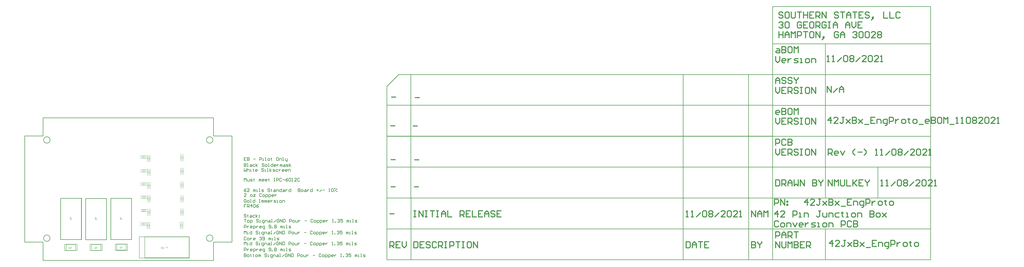
<source format=gbp>
G04*
G04 #@! TF.GenerationSoftware,Altium Limited,Altium Designer,18.1.11 (251)*
G04*
G04 Layer_Color=128*
%FSLAX25Y25*%
%MOIN*%
G70*
G01*
G75*
%ADD12C,0.00787*%
%ADD13C,0.01000*%
%ADD15C,0.02000*%
%ADD16C,0.00591*%
%ADD17C,0.00394*%
G36*
X269272Y22813D02*
X268930D01*
X267608Y24791D01*
Y22813D01*
X267288D01*
Y25332D01*
X267632D01*
X268952Y23355D01*
Y25332D01*
X269272D01*
Y22813D01*
D02*
G37*
G36*
X270762Y25372D02*
X270790D01*
X270824Y25368D01*
X270864Y25364D01*
X270910Y25359D01*
X270957Y25353D01*
X271010Y25344D01*
X271063Y25333D01*
X271119Y25319D01*
X271174Y25304D01*
X271228Y25284D01*
X271283Y25262D01*
X271336Y25237D01*
X271385Y25208D01*
X271389Y25206D01*
X271396Y25201D01*
X271409Y25190D01*
X271427Y25177D01*
X271449Y25161D01*
X271472Y25139D01*
X271500Y25115D01*
X271529Y25086D01*
X271560Y25053D01*
X271591Y25019D01*
X271623Y24979D01*
X271656Y24937D01*
X271687Y24889D01*
X271718Y24840D01*
X271747Y24786D01*
X271773Y24729D01*
Y24727D01*
X271774Y24725D01*
X271778Y24715D01*
X271785Y24698D01*
X271793Y24675D01*
X271803Y24645D01*
X271814Y24611D01*
X271827Y24571D01*
X271838Y24527D01*
X271851Y24478D01*
X271864Y24425D01*
X271874Y24371D01*
X271885Y24311D01*
X271893Y24250D01*
X271900Y24187D01*
X271904Y24121D01*
X271905Y24054D01*
Y24052D01*
Y24048D01*
Y24043D01*
Y24036D01*
Y24027D01*
X271904Y24016D01*
Y23988D01*
X271900Y23954D01*
X271898Y23914D01*
X271893Y23868D01*
X271887Y23819D01*
X271878Y23768D01*
X271869Y23714D01*
X271856Y23655D01*
X271842Y23597D01*
X271825Y23539D01*
X271805Y23481D01*
X271782Y23424D01*
X271756Y23368D01*
X271754Y23364D01*
X271749Y23355D01*
X271740Y23340D01*
X271729Y23319D01*
X271712Y23295D01*
X271694Y23268D01*
X271671Y23235D01*
X271645Y23202D01*
X271618Y23168D01*
X271585Y23129D01*
X271551Y23093D01*
X271512Y23057D01*
X271470Y23020D01*
X271427Y22986D01*
X271379Y22953D01*
X271328Y22922D01*
X271325Y22920D01*
X271316Y22915D01*
X271301Y22907D01*
X271279Y22898D01*
X271254Y22885D01*
X271223Y22873D01*
X271187Y22860D01*
X271148Y22846D01*
X271105Y22831D01*
X271057Y22818D01*
X271006Y22804D01*
X270954Y22793D01*
X270897Y22784D01*
X270839Y22776D01*
X270779Y22771D01*
X270717Y22769D01*
X270691D01*
X270681Y22771D01*
X270653Y22773D01*
X270620Y22774D01*
X270584Y22780D01*
X270542Y22785D01*
X270495Y22793D01*
X270446Y22804D01*
X270395Y22816D01*
X270342Y22831D01*
X270289Y22851D01*
X270236Y22873D01*
X270182Y22898D01*
X270131Y22927D01*
X270082Y22962D01*
X270078Y22964D01*
X270071Y22971D01*
X270056Y22982D01*
X270040Y22998D01*
X270018Y23017D01*
X269994Y23042D01*
X269969Y23069D01*
X269940Y23102D01*
X269911Y23138D01*
X269880Y23178D01*
X269851Y23224D01*
X269822Y23271D01*
X269792Y23324D01*
X269767Y23381D01*
X269742Y23441D01*
X269722Y23504D01*
X270049Y23581D01*
X270051Y23577D01*
X270053Y23568D01*
X270058Y23555D01*
X270065Y23535D01*
X270075Y23513D01*
X270086Y23488D01*
X270100Y23459D01*
X270115Y23428D01*
X270131Y23395D01*
X270151Y23362D01*
X270171Y23330D01*
X270195Y23295D01*
X270220Y23264D01*
X270246Y23233D01*
X270275Y23206D01*
X270306Y23180D01*
X270307Y23178D01*
X270313Y23175D01*
X270322Y23169D01*
X270335Y23160D01*
X270351Y23151D01*
X270371Y23140D01*
X270395Y23129D01*
X270420Y23117D01*
X270449Y23106D01*
X270480Y23095D01*
X270515Y23084D01*
X270551Y23075D01*
X270591Y23066D01*
X270633Y23060D01*
X270677Y23057D01*
X270724Y23055D01*
X270752D01*
X270772Y23057D01*
X270797Y23058D01*
X270826Y23062D01*
X270859Y23066D01*
X270894Y23073D01*
X270932Y23080D01*
X270970Y23089D01*
X271010Y23100D01*
X271052Y23113D01*
X271092Y23129D01*
X271132Y23149D01*
X271172Y23169D01*
X271210Y23195D01*
X271212Y23197D01*
X271219Y23200D01*
X271228Y23210D01*
X271241Y23220D01*
X271257Y23235D01*
X271276Y23251D01*
X271296Y23271D01*
X271318Y23293D01*
X271339Y23319D01*
X271363Y23346D01*
X271385Y23377D01*
X271407Y23412D01*
X271429Y23446D01*
X271449Y23484D01*
X271467Y23524D01*
X271483Y23568D01*
Y23570D01*
X271487Y23579D01*
X271491Y23592D01*
X271496Y23608D01*
X271501Y23630D01*
X271509Y23655D01*
X271514Y23685D01*
X271521Y23717D01*
X271529Y23752D01*
X271536Y23790D01*
X271543Y23830D01*
X271549Y23872D01*
X271558Y23959D01*
X271560Y24005D01*
X271562Y24052D01*
Y24056D01*
Y24067D01*
Y24083D01*
X271560Y24107D01*
X271558Y24134D01*
X271556Y24167D01*
X271554Y24203D01*
X271551Y24241D01*
X271545Y24285D01*
X271540Y24331D01*
X271521Y24423D01*
X271512Y24473D01*
X271500Y24520D01*
X271485Y24567D01*
X271469Y24613D01*
X271467Y24614D01*
X271465Y24624D01*
X271460Y24634D01*
X271450Y24651D01*
X271441Y24671D01*
X271429Y24695D01*
X271414Y24720D01*
X271398Y24747D01*
X271378Y24775D01*
X271356Y24804D01*
X271332Y24835D01*
X271307Y24864D01*
X271278Y24893D01*
X271247Y24920D01*
X271214Y24946D01*
X271178Y24969D01*
X271176Y24971D01*
X271168Y24975D01*
X271157Y24980D01*
X271143Y24988D01*
X271125Y24997D01*
X271103Y25008D01*
X271077Y25017D01*
X271050Y25028D01*
X271019Y25040D01*
X270986Y25049D01*
X270950Y25060D01*
X270914Y25069D01*
X270873Y25077D01*
X270833Y25082D01*
X270792Y25086D01*
X270750Y25088D01*
X270737D01*
X270723Y25086D01*
X270702D01*
X270679Y25082D01*
X270652Y25079D01*
X270619Y25075D01*
X270586Y25068D01*
X270550Y25059D01*
X270511Y25048D01*
X270471Y25035D01*
X270431Y25020D01*
X270391Y25002D01*
X270351Y24980D01*
X270313Y24955D01*
X270275Y24928D01*
X270273Y24926D01*
X270266Y24920D01*
X270256Y24911D01*
X270244Y24897D01*
X270227Y24880D01*
X270209Y24860D01*
X270189Y24835D01*
X270169Y24807D01*
X270147Y24775D01*
X270126Y24740D01*
X270102Y24700D01*
X270082Y24656D01*
X270060Y24611D01*
X270042Y24560D01*
X270025Y24507D01*
X270011Y24449D01*
X269678Y24533D01*
Y24534D01*
X269680Y24538D01*
X269681Y24543D01*
X269683Y24551D01*
X269685Y24560D01*
X269689Y24573D01*
X269698Y24600D01*
X269710Y24634D01*
X269725Y24673D01*
X269743Y24716D01*
X269765Y24764D01*
X269789Y24815D01*
X269816Y24866D01*
X269847Y24917D01*
X269882Y24969D01*
X269920Y25020D01*
X269962Y25069D01*
X270007Y25115D01*
X270056Y25159D01*
X270060Y25161D01*
X270069Y25168D01*
X270084Y25179D01*
X270106Y25192D01*
X270131Y25208D01*
X270164Y25226D01*
X270200Y25246D01*
X270242Y25266D01*
X270287Y25286D01*
X270338Y25306D01*
X270393Y25324D01*
X270451Y25341D01*
X270515Y25353D01*
X270581Y25364D01*
X270650Y25372D01*
X270723Y25374D01*
X270750D01*
X270762Y25372D01*
D02*
G37*
G36*
X266891Y25330D02*
Y25326D01*
Y25321D01*
Y25313D01*
Y25302D01*
X266890Y25292D01*
X266888Y25262D01*
X266884Y25232D01*
X266879Y25195D01*
X266869Y25157D01*
X266857Y25119D01*
Y25117D01*
X266853Y25111D01*
X266849Y25102D01*
X266844Y25089D01*
X266839Y25073D01*
X266829Y25055D01*
X266819Y25035D01*
X266808Y25013D01*
X266795Y24988D01*
X266778Y24962D01*
X266744Y24906D01*
X266702Y24846D01*
X266653Y24784D01*
X266651Y24782D01*
X266646Y24777D01*
X266638Y24767D01*
X266628Y24755D01*
X266613Y24738D01*
X266595Y24720D01*
X266575Y24698D01*
X266549Y24675D01*
X266522Y24647D01*
X266493Y24618D01*
X266460Y24587D01*
X266424Y24553D01*
X266384Y24518D01*
X266342Y24482D01*
X266296Y24443D01*
X266249Y24403D01*
X266247Y24402D01*
X266243Y24400D01*
X266238Y24394D01*
X266231Y24389D01*
X266222Y24380D01*
X266211Y24371D01*
X266183Y24347D01*
X266149Y24320D01*
X266112Y24285D01*
X266071Y24249D01*
X266027Y24209D01*
X265980Y24167D01*
X265934Y24123D01*
X265887Y24079D01*
X265843Y24034D01*
X265799Y23990D01*
X265761Y23948D01*
X265725Y23907D01*
X265696Y23868D01*
X265694Y23866D01*
X265690Y23859D01*
X265683Y23848D01*
X265672Y23836D01*
X265661Y23817D01*
X265650Y23797D01*
X265636Y23774D01*
X265623Y23748D01*
X265610Y23721D01*
X265596Y23692D01*
X265572Y23628D01*
X265563Y23595D01*
X265556Y23563D01*
X265552Y23530D01*
X265550Y23497D01*
Y23495D01*
Y23488D01*
Y23479D01*
X265552Y23466D01*
X265554Y23450D01*
X265557Y23431D01*
X265561Y23412D01*
X265566Y23390D01*
X265574Y23366D01*
X265583Y23340D01*
X265594Y23315D01*
X265606Y23290D01*
X265621Y23262D01*
X265639Y23237D01*
X265659Y23211D01*
X265683Y23188D01*
X265685Y23186D01*
X265688Y23182D01*
X265696Y23177D01*
X265706Y23168D01*
X265719Y23158D01*
X265736Y23148D01*
X265754Y23135D01*
X265774Y23124D01*
X265797Y23111D01*
X265823Y23100D01*
X265852Y23089D01*
X265881Y23080D01*
X265914Y23071D01*
X265949Y23066D01*
X265985Y23062D01*
X266023Y23060D01*
X266045D01*
X266060Y23062D01*
X266080Y23064D01*
X266102Y23067D01*
X266125Y23071D01*
X266152Y23077D01*
X266180Y23084D01*
X266209Y23093D01*
X266238Y23104D01*
X266269Y23117D01*
X266298Y23133D01*
X266327Y23151D01*
X266356Y23171D01*
X266382Y23195D01*
X266384Y23197D01*
X266387Y23200D01*
X266394Y23210D01*
X266402Y23219D01*
X266413Y23233D01*
X266424Y23249D01*
X266436Y23269D01*
X266447Y23291D01*
X266460Y23315D01*
X266473Y23344D01*
X266484Y23373D01*
X266495Y23406D01*
X266502Y23442D01*
X266509Y23481D01*
X266513Y23521D01*
X266515Y23564D01*
X266833Y23532D01*
Y23530D01*
Y23528D01*
X266831Y23523D01*
Y23515D01*
X266829Y23497D01*
X266824Y23473D01*
X266819Y23444D01*
X266811Y23410D01*
X266802Y23371D01*
X266791Y23331D01*
X266777Y23288D01*
X266760Y23244D01*
X266740Y23199D01*
X266717Y23153D01*
X266691Y23109D01*
X266660Y23067D01*
X266628Y23028D01*
X266589Y22991D01*
X266587Y22989D01*
X266580Y22984D01*
X266567Y22973D01*
X266551Y22962D01*
X266529Y22947D01*
X266504Y22931D01*
X266473Y22915D01*
X266438Y22896D01*
X266398Y22880D01*
X266356Y22864D01*
X266309Y22847D01*
X266258Y22833D01*
X266203Y22820D01*
X266145Y22811D01*
X266083Y22805D01*
X266018Y22804D01*
X266001D01*
X265983Y22805D01*
X265958Y22807D01*
X265927Y22809D01*
X265892Y22815D01*
X265852Y22820D01*
X265810Y22829D01*
X265765Y22840D01*
X265719Y22853D01*
X265670Y22869D01*
X265623Y22889D01*
X265576Y22913D01*
X265530Y22938D01*
X265486Y22969D01*
X265444Y23006D01*
X265443Y23008D01*
X265435Y23015D01*
X265424Y23026D01*
X265412Y23042D01*
X265395Y23060D01*
X265377Y23084D01*
X265357Y23111D01*
X265337Y23142D01*
X265319Y23177D01*
X265299Y23215D01*
X265281Y23257D01*
X265264Y23301D01*
X265251Y23348D01*
X265241Y23397D01*
X265233Y23450D01*
X265231Y23504D01*
Y23506D01*
Y23512D01*
Y23519D01*
Y23530D01*
X265233Y23544D01*
X265235Y23559D01*
X265237Y23577D01*
X265239Y23597D01*
X265246Y23643D01*
X265257Y23694D01*
X265273Y23746D01*
X265293Y23801D01*
Y23803D01*
X265297Y23808D01*
X265301Y23816D01*
X265306Y23826D01*
X265312Y23839D01*
X265321Y23856D01*
X265330Y23874D01*
X265342Y23894D01*
X265355Y23916D01*
X265370Y23939D01*
X265406Y23992D01*
X265426Y24019D01*
X265448Y24048D01*
X265474Y24078D01*
X265499Y24109D01*
X265501Y24110D01*
X265506Y24116D01*
X265514Y24125D01*
X265526Y24138D01*
X265543Y24154D01*
X265563Y24174D01*
X265585Y24198D01*
X265612Y24225D01*
X265643Y24254D01*
X265679Y24287D01*
X265718Y24323D01*
X265761Y24363D01*
X265809Y24405D01*
X265859Y24451D01*
X265916Y24500D01*
X265976Y24551D01*
X265980Y24553D01*
X265989Y24562D01*
X266001Y24573D01*
X266020Y24589D01*
X266043Y24607D01*
X266067Y24629D01*
X266094Y24653D01*
X266123Y24678D01*
X266185Y24731D01*
X266214Y24758D01*
X266243Y24784D01*
X266271Y24809D01*
X266294Y24831D01*
X266316Y24851D01*
X266333Y24869D01*
X266336Y24873D01*
X266345Y24884D01*
X266360Y24900D01*
X266378Y24920D01*
X266398Y24946D01*
X266420Y24973D01*
X266442Y25004D01*
X266462Y25035D01*
X265228D01*
Y25332D01*
X266891D01*
Y25330D01*
D02*
G37*
G36*
X188500Y23181D02*
X187584D01*
X187561Y23183D01*
X187532D01*
X187501Y23185D01*
X187466D01*
X187393Y23190D01*
X187319Y23196D01*
X187282Y23201D01*
X187248Y23205D01*
X187215Y23210D01*
X187184Y23217D01*
X187182D01*
X187175Y23219D01*
X187164Y23223D01*
X187148Y23227D01*
X187129Y23234D01*
X187108Y23241D01*
X187084Y23248D01*
X187057Y23259D01*
X187000Y23283D01*
X186938Y23316D01*
X186877Y23352D01*
X186846Y23374D01*
X186817Y23398D01*
X186815Y23400D01*
X186807Y23405D01*
X186796Y23416D01*
X186784Y23429D01*
X186767Y23445D01*
X186747Y23465D01*
X186727Y23489D01*
X186704Y23514D01*
X186680Y23545D01*
X186656Y23578D01*
X186631Y23613D01*
X186605Y23651D01*
X186582Y23693D01*
X186560Y23734D01*
X186538Y23782D01*
X186518Y23829D01*
X186516Y23833D01*
X186514Y23842D01*
X186509Y23855D01*
X186502Y23875D01*
X186494Y23900D01*
X186487Y23929D01*
X186478Y23964D01*
X186467Y24002D01*
X186458Y24044D01*
X186449Y24091D01*
X186442Y24140D01*
X186434Y24193D01*
X186427Y24248D01*
X186422Y24306D01*
X186420Y24366D01*
X186418Y24428D01*
Y24431D01*
Y24441D01*
Y24455D01*
X186420Y24477D01*
Y24501D01*
X186422Y24530D01*
X186423Y24563D01*
X186427Y24599D01*
X186431Y24637D01*
X186434Y24679D01*
X186447Y24765D01*
X186463Y24852D01*
X186485Y24937D01*
Y24939D01*
X186489Y24947D01*
X186493Y24959D01*
X186498Y24974D01*
X186504Y24992D01*
X186513Y25014D01*
X186522Y25039D01*
X186533Y25065D01*
X186556Y25123D01*
X186587Y25185D01*
X186620Y25245D01*
X186658Y25303D01*
X186660Y25305D01*
X186664Y25309D01*
X186669Y25318D01*
X186676Y25327D01*
X186686Y25340D01*
X186698Y25354D01*
X186725Y25387D01*
X186760Y25423D01*
X186798Y25462D01*
X186842Y25498D01*
X186888Y25533D01*
X186889D01*
X186893Y25536D01*
X186900Y25540D01*
X186909Y25545D01*
X186922Y25553D01*
X186937Y25560D01*
X186953Y25569D01*
X186971Y25578D01*
X186993Y25589D01*
X187015Y25600D01*
X187040Y25609D01*
X187066Y25620D01*
X187124Y25640D01*
X187188Y25658D01*
X187190D01*
X187195Y25660D01*
X187206Y25662D01*
X187219Y25665D01*
X187235Y25667D01*
X187255Y25671D01*
X187279Y25675D01*
X187304Y25678D01*
X187333Y25684D01*
X187364Y25687D01*
X187397Y25691D01*
X187434Y25693D01*
X187470Y25696D01*
X187510Y25698D01*
X187592Y25700D01*
X188500D01*
Y23181D01*
D02*
G37*
G36*
X185230Y23731D02*
X185231Y23733D01*
X185235Y23736D01*
X185240Y23742D01*
X185249Y23749D01*
X185260Y23758D01*
X185275Y23771D01*
X185291Y23784D01*
X185308Y23798D01*
X185330Y23813D01*
X185351Y23831D01*
X185375Y23847D01*
X185400Y23867D01*
X185430Y23886D01*
X185459Y23905D01*
X185524Y23945D01*
X185526Y23947D01*
X185532Y23951D01*
X185543Y23956D01*
X185555Y23962D01*
X185570Y23971D01*
X185588Y23982D01*
X185610Y23993D01*
X185632Y24006D01*
X185683Y24031D01*
X185737Y24057D01*
X185794Y24082D01*
X185848Y24104D01*
Y23805D01*
X185845Y23804D01*
X185837Y23800D01*
X185823Y23793D01*
X185805Y23784D01*
X185783Y23773D01*
X185755Y23758D01*
X185726Y23742D01*
X185695Y23723D01*
X185661Y23702D01*
X185624Y23680D01*
X185548Y23629D01*
X185470Y23572D01*
X185395Y23510D01*
X185393Y23509D01*
X185386Y23503D01*
X185377Y23494D01*
X185364Y23481D01*
X185348Y23465D01*
X185330Y23447D01*
X185310Y23425D01*
X185288Y23403D01*
X185266Y23378D01*
X185242Y23350D01*
X185197Y23294D01*
X185155Y23234D01*
X185137Y23203D01*
X185120Y23172D01*
X184920D01*
Y25700D01*
X185230D01*
Y23731D01*
D02*
G37*
G36*
X188000Y83789D02*
X186031D01*
X186033Y83787D01*
X186036Y83783D01*
X186042Y83778D01*
X186049Y83768D01*
X186058Y83758D01*
X186071Y83743D01*
X186083Y83727D01*
X186098Y83710D01*
X186113Y83688D01*
X186131Y83667D01*
X186147Y83643D01*
X186167Y83618D01*
X186186Y83588D01*
X186205Y83559D01*
X186246Y83494D01*
X186247Y83492D01*
X186251Y83486D01*
X186256Y83476D01*
X186262Y83463D01*
X186271Y83448D01*
X186282Y83430D01*
X186293Y83408D01*
X186306Y83386D01*
X186331Y83335D01*
X186356Y83281D01*
X186382Y83224D01*
X186404Y83170D01*
X186105D01*
X186104Y83173D01*
X186100Y83181D01*
X186093Y83195D01*
X186083Y83213D01*
X186073Y83235D01*
X186058Y83263D01*
X186042Y83292D01*
X186023Y83323D01*
X186002Y83357D01*
X185980Y83394D01*
X185929Y83470D01*
X185872Y83548D01*
X185810Y83623D01*
X185809Y83625D01*
X185803Y83632D01*
X185794Y83641D01*
X185781Y83654D01*
X185765Y83670D01*
X185747Y83688D01*
X185725Y83709D01*
X185703Y83730D01*
X185678Y83752D01*
X185650Y83776D01*
X185594Y83821D01*
X185534Y83863D01*
X185503Y83881D01*
X185472Y83898D01*
Y84098D01*
X188000D01*
Y83789D01*
D02*
G37*
G36*
Y82342D02*
X186730Y81444D01*
X187126Y81033D01*
X188000D01*
Y80700D01*
X185481D01*
Y81033D01*
X186732D01*
X185481Y82283D01*
Y82737D01*
X186504Y81677D01*
X188000Y82782D01*
Y82342D01*
D02*
G37*
G36*
X139250Y22681D02*
X138335D01*
X138311Y22683D01*
X138282D01*
X138251Y22685D01*
X138216D01*
X138143Y22690D01*
X138069Y22696D01*
X138032Y22701D01*
X137998Y22705D01*
X137965Y22710D01*
X137934Y22717D01*
X137932D01*
X137925Y22719D01*
X137914Y22723D01*
X137898Y22727D01*
X137880Y22734D01*
X137858Y22741D01*
X137834Y22749D01*
X137807Y22759D01*
X137750Y22783D01*
X137688Y22816D01*
X137627Y22852D01*
X137596Y22874D01*
X137566Y22898D01*
X137565Y22899D01*
X137557Y22905D01*
X137547Y22916D01*
X137534Y22929D01*
X137517Y22945D01*
X137497Y22965D01*
X137477Y22989D01*
X137454Y23014D01*
X137430Y23045D01*
X137406Y23078D01*
X137381Y23112D01*
X137355Y23151D01*
X137332Y23192D01*
X137310Y23234D01*
X137288Y23282D01*
X137268Y23329D01*
X137266Y23333D01*
X137264Y23342D01*
X137259Y23355D01*
X137252Y23374D01*
X137244Y23400D01*
X137237Y23429D01*
X137228Y23464D01*
X137217Y23502D01*
X137208Y23544D01*
X137199Y23591D01*
X137192Y23640D01*
X137184Y23693D01*
X137177Y23748D01*
X137172Y23806D01*
X137170Y23866D01*
X137168Y23928D01*
Y23932D01*
Y23941D01*
Y23955D01*
X137170Y23977D01*
Y24001D01*
X137172Y24030D01*
X137173Y24062D01*
X137177Y24099D01*
X137181Y24137D01*
X137184Y24179D01*
X137197Y24264D01*
X137213Y24352D01*
X137235Y24437D01*
Y24439D01*
X137239Y24446D01*
X137242Y24459D01*
X137248Y24474D01*
X137253Y24492D01*
X137263Y24514D01*
X137272Y24539D01*
X137283Y24565D01*
X137306Y24623D01*
X137337Y24685D01*
X137370Y24745D01*
X137408Y24803D01*
X137410Y24805D01*
X137414Y24809D01*
X137419Y24818D01*
X137426Y24827D01*
X137435Y24840D01*
X137448Y24854D01*
X137476Y24887D01*
X137510Y24923D01*
X137548Y24962D01*
X137592Y24998D01*
X137637Y25033D01*
X137639D01*
X137643Y25036D01*
X137650Y25040D01*
X137659Y25045D01*
X137672Y25053D01*
X137687Y25060D01*
X137703Y25069D01*
X137721Y25078D01*
X137743Y25089D01*
X137765Y25100D01*
X137790Y25109D01*
X137816Y25120D01*
X137874Y25140D01*
X137938Y25158D01*
X137940D01*
X137945Y25160D01*
X137956Y25162D01*
X137969Y25165D01*
X137985Y25167D01*
X138005Y25171D01*
X138029Y25174D01*
X138054Y25178D01*
X138083Y25184D01*
X138114Y25187D01*
X138147Y25191D01*
X138183Y25193D01*
X138220Y25196D01*
X138260Y25198D01*
X138342Y25200D01*
X139250D01*
Y22681D01*
D02*
G37*
G36*
X136873Y25198D02*
Y25194D01*
Y25189D01*
Y25182D01*
Y25171D01*
X136871Y25160D01*
X136869Y25131D01*
X136866Y25100D01*
X136860Y25063D01*
X136851Y25025D01*
X136838Y24987D01*
Y24985D01*
X136835Y24980D01*
X136831Y24971D01*
X136826Y24958D01*
X136820Y24942D01*
X136811Y24923D01*
X136800Y24903D01*
X136789Y24882D01*
X136777Y24856D01*
X136760Y24830D01*
X136726Y24774D01*
X136684Y24714D01*
X136635Y24652D01*
X136633Y24650D01*
X136627Y24645D01*
X136620Y24636D01*
X136609Y24623D01*
X136595Y24607D01*
X136576Y24588D01*
X136556Y24567D01*
X136531Y24543D01*
X136504Y24516D01*
X136475Y24487D01*
X136442Y24456D01*
X136405Y24421D01*
X136365Y24386D01*
X136323Y24350D01*
X136278Y24312D01*
X136231Y24272D01*
X136229Y24270D01*
X136225Y24268D01*
X136220Y24263D01*
X136212Y24257D01*
X136203Y24248D01*
X136192Y24239D01*
X136165Y24215D01*
X136130Y24188D01*
X136094Y24153D01*
X136052Y24117D01*
X136009Y24077D01*
X135961Y24035D01*
X135916Y23991D01*
X135868Y23948D01*
X135825Y23902D01*
X135781Y23859D01*
X135743Y23817D01*
X135706Y23775D01*
X135677Y23737D01*
X135676Y23735D01*
X135672Y23728D01*
X135665Y23717D01*
X135654Y23704D01*
X135643Y23686D01*
X135632Y23666D01*
X135617Y23642D01*
X135605Y23617D01*
X135592Y23589D01*
X135577Y23560D01*
X135554Y23496D01*
X135545Y23464D01*
X135537Y23431D01*
X135534Y23398D01*
X135532Y23365D01*
Y23364D01*
Y23356D01*
Y23347D01*
X135534Y23335D01*
X135535Y23318D01*
X135539Y23300D01*
X135543Y23280D01*
X135548Y23258D01*
X135555Y23234D01*
X135564Y23209D01*
X135575Y23183D01*
X135588Y23158D01*
X135603Y23131D01*
X135621Y23105D01*
X135641Y23080D01*
X135665Y23056D01*
X135666Y23054D01*
X135670Y23051D01*
X135677Y23045D01*
X135688Y23036D01*
X135701Y23027D01*
X135717Y23016D01*
X135736Y23003D01*
X135756Y22992D01*
X135779Y22980D01*
X135805Y22969D01*
X135834Y22958D01*
X135863Y22949D01*
X135896Y22940D01*
X135930Y22934D01*
X135967Y22930D01*
X136005Y22929D01*
X136027D01*
X136041Y22930D01*
X136061Y22932D01*
X136083Y22936D01*
X136107Y22940D01*
X136134Y22945D01*
X136161Y22952D01*
X136191Y22961D01*
X136220Y22972D01*
X136251Y22985D01*
X136280Y23001D01*
X136309Y23020D01*
X136338Y23040D01*
X136363Y23063D01*
X136365Y23065D01*
X136369Y23069D01*
X136376Y23078D01*
X136383Y23087D01*
X136394Y23101D01*
X136405Y23118D01*
X136418Y23138D01*
X136429Y23160D01*
X136442Y23183D01*
X136454Y23213D01*
X136465Y23242D01*
X136476Y23274D01*
X136484Y23311D01*
X136491Y23349D01*
X136495Y23389D01*
X136496Y23433D01*
X136815Y23400D01*
Y23398D01*
Y23396D01*
X136813Y23391D01*
Y23384D01*
X136811Y23365D01*
X136806Y23342D01*
X136800Y23313D01*
X136793Y23278D01*
X136784Y23240D01*
X136773Y23200D01*
X136758Y23156D01*
X136742Y23112D01*
X136722Y23067D01*
X136698Y23021D01*
X136673Y22978D01*
X136642Y22936D01*
X136609Y22896D01*
X136571Y22860D01*
X136569Y22858D01*
X136562Y22852D01*
X136549Y22841D01*
X136533Y22830D01*
X136511Y22816D01*
X136485Y22799D01*
X136454Y22783D01*
X136420Y22765D01*
X136380Y22749D01*
X136338Y22732D01*
X136291Y22716D01*
X136240Y22701D01*
X136185Y22688D01*
X136127Y22679D01*
X136065Y22674D01*
X136000Y22672D01*
X135983D01*
X135965Y22674D01*
X135939Y22676D01*
X135908Y22678D01*
X135874Y22683D01*
X135834Y22688D01*
X135792Y22697D01*
X135747Y22708D01*
X135701Y22721D01*
X135652Y22738D01*
X135605Y22758D01*
X135557Y22781D01*
X135512Y22807D01*
X135468Y22838D01*
X135426Y22874D01*
X135424Y22876D01*
X135417Y22883D01*
X135406Y22894D01*
X135393Y22910D01*
X135377Y22929D01*
X135359Y22952D01*
X135339Y22980D01*
X135319Y23010D01*
X135301Y23045D01*
X135281Y23083D01*
X135262Y23125D01*
X135246Y23169D01*
X135233Y23216D01*
X135222Y23265D01*
X135215Y23318D01*
X135213Y23373D01*
Y23374D01*
Y23380D01*
Y23387D01*
Y23398D01*
X135215Y23413D01*
X135217Y23427D01*
X135219Y23446D01*
X135221Y23465D01*
X135228Y23511D01*
X135239Y23562D01*
X135255Y23615D01*
X135275Y23669D01*
Y23671D01*
X135279Y23677D01*
X135282Y23684D01*
X135288Y23695D01*
X135293Y23708D01*
X135302Y23724D01*
X135311Y23742D01*
X135324Y23762D01*
X135337Y23784D01*
X135352Y23808D01*
X135388Y23860D01*
X135408Y23888D01*
X135430Y23917D01*
X135455Y23946D01*
X135481Y23977D01*
X135483Y23979D01*
X135488Y23984D01*
X135495Y23993D01*
X135508Y24006D01*
X135524Y24023D01*
X135545Y24043D01*
X135566Y24066D01*
X135594Y24093D01*
X135625Y24123D01*
X135661Y24155D01*
X135699Y24192D01*
X135743Y24232D01*
X135790Y24274D01*
X135841Y24319D01*
X135898Y24368D01*
X135958Y24419D01*
X135961Y24421D01*
X135970Y24430D01*
X135983Y24441D01*
X136001Y24457D01*
X136025Y24476D01*
X136049Y24498D01*
X136076Y24521D01*
X136105Y24547D01*
X136167Y24599D01*
X136196Y24627D01*
X136225Y24652D01*
X136252Y24678D01*
X136276Y24700D01*
X136298Y24720D01*
X136314Y24738D01*
X136318Y24741D01*
X136327Y24752D01*
X136342Y24769D01*
X136360Y24789D01*
X136380Y24814D01*
X136402Y24841D01*
X136424Y24872D01*
X136444Y24903D01*
X135210D01*
Y25200D01*
X136873D01*
Y25198D01*
D02*
G37*
G36*
X139188Y82643D02*
X139186D01*
X139182D01*
X139177D01*
X139169D01*
X139158D01*
X139147Y82645D01*
X139118Y82647D01*
X139087Y82650D01*
X139051Y82656D01*
X139013Y82665D01*
X138975Y82678D01*
X138973D01*
X138967Y82681D01*
X138958Y82685D01*
X138945Y82690D01*
X138929Y82696D01*
X138911Y82705D01*
X138891Y82716D01*
X138869Y82727D01*
X138844Y82739D01*
X138818Y82756D01*
X138762Y82790D01*
X138702Y82832D01*
X138640Y82881D01*
X138638Y82883D01*
X138632Y82889D01*
X138623Y82896D01*
X138611Y82907D01*
X138594Y82921D01*
X138576Y82940D01*
X138554Y82960D01*
X138531Y82985D01*
X138503Y83012D01*
X138474Y83042D01*
X138443Y83074D01*
X138409Y83111D01*
X138374Y83151D01*
X138338Y83193D01*
X138299Y83238D01*
X138259Y83285D01*
X138258Y83287D01*
X138256Y83291D01*
X138250Y83296D01*
X138245Y83304D01*
X138236Y83313D01*
X138226Y83324D01*
X138203Y83351D01*
X138176Y83385D01*
X138141Y83422D01*
X138105Y83464D01*
X138065Y83507D01*
X138023Y83555D01*
X137979Y83600D01*
X137935Y83648D01*
X137890Y83691D01*
X137846Y83735D01*
X137804Y83773D01*
X137762Y83810D01*
X137724Y83839D01*
X137722Y83841D01*
X137715Y83844D01*
X137704Y83851D01*
X137691Y83862D01*
X137673Y83873D01*
X137653Y83884D01*
X137630Y83899D01*
X137604Y83912D01*
X137577Y83924D01*
X137548Y83939D01*
X137484Y83963D01*
X137451Y83972D01*
X137418Y83979D01*
X137386Y83982D01*
X137353Y83984D01*
X137351D01*
X137344D01*
X137335D01*
X137322Y83982D01*
X137306Y83981D01*
X137287Y83977D01*
X137267Y83973D01*
X137246Y83968D01*
X137222Y83961D01*
X137196Y83951D01*
X137171Y83941D01*
X137145Y83928D01*
X137118Y83913D01*
X137093Y83895D01*
X137067Y83875D01*
X137043Y83851D01*
X137042Y83850D01*
X137038Y83846D01*
X137033Y83839D01*
X137023Y83828D01*
X137014Y83815D01*
X137004Y83799D01*
X136991Y83780D01*
X136980Y83760D01*
X136967Y83737D01*
X136956Y83711D01*
X136945Y83682D01*
X136936Y83653D01*
X136927Y83620D01*
X136922Y83586D01*
X136918Y83549D01*
X136916Y83511D01*
Y83489D01*
X136918Y83475D01*
X136920Y83455D01*
X136923Y83433D01*
X136927Y83409D01*
X136933Y83382D01*
X136940Y83355D01*
X136949Y83325D01*
X136960Y83296D01*
X136973Y83265D01*
X136989Y83236D01*
X137007Y83207D01*
X137027Y83178D01*
X137051Y83153D01*
X137053Y83151D01*
X137056Y83147D01*
X137065Y83140D01*
X137074Y83132D01*
X137089Y83122D01*
X137105Y83111D01*
X137125Y83098D01*
X137147Y83087D01*
X137171Y83074D01*
X137200Y83061D01*
X137229Y83051D01*
X137262Y83040D01*
X137298Y83032D01*
X137337Y83025D01*
X137377Y83021D01*
X137420Y83020D01*
X137388Y82701D01*
X137386D01*
X137384D01*
X137378Y82703D01*
X137371D01*
X137353Y82705D01*
X137329Y82710D01*
X137300Y82716D01*
X137266Y82723D01*
X137227Y82732D01*
X137187Y82743D01*
X137144Y82758D01*
X137100Y82774D01*
X137055Y82794D01*
X137009Y82818D01*
X136965Y82843D01*
X136923Y82874D01*
X136883Y82907D01*
X136847Y82945D01*
X136845Y82947D01*
X136840Y82954D01*
X136829Y82967D01*
X136818Y82983D01*
X136803Y83005D01*
X136787Y83031D01*
X136770Y83061D01*
X136752Y83096D01*
X136736Y83136D01*
X136720Y83178D01*
X136703Y83225D01*
X136689Y83276D01*
X136676Y83331D01*
X136667Y83389D01*
X136661Y83451D01*
X136660Y83517D01*
Y83533D01*
X136661Y83551D01*
X136663Y83577D01*
X136665Y83608D01*
X136670Y83642D01*
X136676Y83682D01*
X136685Y83724D01*
X136696Y83770D01*
X136709Y83815D01*
X136725Y83864D01*
X136745Y83912D01*
X136769Y83959D01*
X136794Y84004D01*
X136825Y84048D01*
X136862Y84090D01*
X136863Y84092D01*
X136871Y84099D01*
X136882Y84110D01*
X136898Y84123D01*
X136916Y84139D01*
X136940Y84157D01*
X136967Y84177D01*
X136998Y84197D01*
X137033Y84215D01*
X137071Y84236D01*
X137113Y84254D01*
X137156Y84270D01*
X137204Y84283D01*
X137253Y84294D01*
X137306Y84301D01*
X137360Y84303D01*
X137362D01*
X137367D01*
X137375D01*
X137386D01*
X137400Y84301D01*
X137415Y84299D01*
X137433Y84297D01*
X137453Y84295D01*
X137498Y84288D01*
X137549Y84277D01*
X137602Y84261D01*
X137657Y84241D01*
X137659D01*
X137664Y84237D01*
X137671Y84234D01*
X137682Y84228D01*
X137695Y84223D01*
X137712Y84214D01*
X137730Y84205D01*
X137750Y84192D01*
X137771Y84179D01*
X137795Y84165D01*
X137848Y84128D01*
X137875Y84108D01*
X137904Y84086D01*
X137934Y84061D01*
X137964Y84035D01*
X137966Y84033D01*
X137972Y84028D01*
X137981Y84021D01*
X137994Y84008D01*
X138010Y83992D01*
X138030Y83972D01*
X138054Y83950D01*
X138081Y83922D01*
X138110Y83891D01*
X138143Y83855D01*
X138179Y83817D01*
X138219Y83773D01*
X138261Y83726D01*
X138307Y83675D01*
X138356Y83618D01*
X138407Y83558D01*
X138409Y83555D01*
X138418Y83546D01*
X138429Y83533D01*
X138445Y83515D01*
X138463Y83491D01*
X138485Y83467D01*
X138509Y83440D01*
X138534Y83411D01*
X138587Y83349D01*
X138614Y83320D01*
X138640Y83291D01*
X138665Y83264D01*
X138687Y83240D01*
X138707Y83218D01*
X138725Y83202D01*
X138729Y83198D01*
X138740Y83189D01*
X138756Y83174D01*
X138776Y83156D01*
X138802Y83136D01*
X138829Y83114D01*
X138860Y83092D01*
X138891Y83073D01*
Y84306D01*
X139188D01*
Y82643D01*
D02*
G37*
G36*
Y82090D02*
X137917Y81192D01*
X138314Y80781D01*
X139188D01*
Y80448D01*
X136669D01*
Y80781D01*
X137919D01*
X136669Y82031D01*
Y82485D01*
X137691Y81425D01*
X139188Y82530D01*
Y82090D01*
D02*
G37*
G36*
X86817Y25244D02*
X86839Y25242D01*
X86868Y25240D01*
X86901Y25235D01*
X86937Y25229D01*
X86977Y25220D01*
X87019Y25211D01*
X87064Y25198D01*
X87110Y25182D01*
X87157Y25162D01*
X87203Y25140D01*
X87248Y25115D01*
X87294Y25084D01*
X87335Y25049D01*
X87337Y25047D01*
X87345Y25040D01*
X87356Y25029D01*
X87370Y25012D01*
X87387Y24993D01*
X87406Y24969D01*
X87427Y24942D01*
X87448Y24911D01*
X87470Y24876D01*
X87492Y24836D01*
X87512Y24794D01*
X87532Y24749D01*
X87549Y24700D01*
X87565Y24648D01*
X87576Y24594D01*
X87583Y24536D01*
X87274Y24494D01*
Y24498D01*
X87272Y24505D01*
X87268Y24519D01*
X87263Y24538D01*
X87257Y24559D01*
X87250Y24583D01*
X87241Y24610D01*
X87232Y24639D01*
X87206Y24703D01*
X87175Y24765D01*
X87157Y24796D01*
X87137Y24825D01*
X87117Y24851D01*
X87094Y24874D01*
X87092Y24876D01*
X87088Y24880D01*
X87081Y24885D01*
X87070Y24892D01*
X87059Y24902D01*
X87042Y24911D01*
X87026Y24922D01*
X87006Y24931D01*
X86984Y24942D01*
X86961Y24952D01*
X86935Y24962D01*
X86908Y24971D01*
X86879Y24978D01*
X86848Y24983D01*
X86817Y24987D01*
X86782Y24989D01*
X86773D01*
X86760Y24987D01*
X86746D01*
X86726Y24983D01*
X86704Y24982D01*
X86680Y24976D01*
X86653Y24971D01*
X86626Y24962D01*
X86595Y24952D01*
X86564Y24940D01*
X86533Y24925D01*
X86502Y24907D01*
X86471Y24887D01*
X86442Y24865D01*
X86413Y24838D01*
X86411Y24836D01*
X86405Y24830D01*
X86398Y24823D01*
X86389Y24811D01*
X86378Y24796D01*
X86365Y24778D01*
X86351Y24758D01*
X86336Y24734D01*
X86324Y24709D01*
X86309Y24679D01*
X86296Y24650D01*
X86285Y24616D01*
X86276Y24581D01*
X86269Y24545D01*
X86264Y24505D01*
X86262Y24465D01*
Y24463D01*
Y24456D01*
Y24445D01*
X86264Y24428D01*
X86265Y24412D01*
X86269Y24390D01*
X86273Y24366D01*
X86280Y24341D01*
X86287Y24314D01*
X86296Y24284D01*
X86307Y24255D01*
X86320Y24226D01*
X86336Y24197D01*
X86356Y24168D01*
X86376Y24141D01*
X86402Y24114D01*
X86404Y24112D01*
X86407Y24108D01*
X86416Y24101D01*
X86427Y24092D01*
X86440Y24081D01*
X86457Y24070D01*
X86476Y24057D01*
X86498Y24044D01*
X86522Y24032D01*
X86549Y24019D01*
X86578Y24008D01*
X86609Y23997D01*
X86642Y23988D01*
X86678Y23981D01*
X86715Y23977D01*
X86755Y23975D01*
X86771D01*
X86790Y23977D01*
X86815Y23979D01*
X86848Y23982D01*
X86884Y23990D01*
X86926Y23997D01*
X86973Y24008D01*
X86939Y23737D01*
X86933D01*
X86928Y23739D01*
X86921D01*
X86904Y23740D01*
X86870D01*
X86857Y23739D01*
X86839Y23737D01*
X86819Y23735D01*
X86797Y23731D01*
X86771Y23728D01*
X86744Y23722D01*
X86717Y23715D01*
X86657Y23697D01*
X86626Y23686D01*
X86595Y23671D01*
X86564Y23657D01*
X86535Y23638D01*
X86533Y23637D01*
X86527Y23633D01*
X86520Y23628D01*
X86509Y23618D01*
X86498Y23607D01*
X86484Y23595D01*
X86471Y23578D01*
X86455Y23560D01*
X86440Y23538D01*
X86426Y23515D01*
X86413Y23489D01*
X86402Y23460D01*
X86391Y23429D01*
X86384Y23395D01*
X86378Y23358D01*
X86376Y23320D01*
Y23318D01*
Y23313D01*
Y23304D01*
X86378Y23291D01*
X86380Y23278D01*
X86382Y23260D01*
X86386Y23242D01*
X86391Y23222D01*
X86405Y23178D01*
X86415Y23154D01*
X86426Y23131D01*
X86438Y23107D01*
X86455Y23083D01*
X86473Y23062D01*
X86493Y23040D01*
X86495Y23038D01*
X86498Y23034D01*
X86504Y23029D01*
X86513Y23021D01*
X86526Y23014D01*
X86538Y23003D01*
X86555Y22994D01*
X86573Y22983D01*
X86593Y22972D01*
X86615Y22963D01*
X86640Y22952D01*
X86666Y22945D01*
X86695Y22938D01*
X86724Y22932D01*
X86757Y22929D01*
X86790Y22927D01*
X86808D01*
X86819Y22929D01*
X86835Y22930D01*
X86853Y22932D01*
X86873Y22936D01*
X86895Y22941D01*
X86942Y22954D01*
X86966Y22963D01*
X86992Y22976D01*
X87017Y22989D01*
X87042Y23003D01*
X87066Y23021D01*
X87090Y23042D01*
X87092Y23043D01*
X87095Y23047D01*
X87101Y23054D01*
X87110Y23063D01*
X87119Y23074D01*
X87130Y23089D01*
X87141Y23107D01*
X87154Y23125D01*
X87166Y23149D01*
X87179Y23174D01*
X87194Y23202D01*
X87204Y23233D01*
X87217Y23265D01*
X87226Y23300D01*
X87235Y23338D01*
X87243Y23380D01*
X87552Y23325D01*
Y23324D01*
Y23322D01*
X87549Y23311D01*
X87545Y23296D01*
X87539Y23274D01*
X87532Y23247D01*
X87523Y23218D01*
X87512Y23185D01*
X87499Y23149D01*
X87483Y23111D01*
X87465Y23071D01*
X87443Y23031D01*
X87419Y22990D01*
X87394Y22951D01*
X87365Y22912D01*
X87332Y22876D01*
X87296Y22843D01*
X87294Y22841D01*
X87286Y22836D01*
X87275Y22827D01*
X87259Y22816D01*
X87239Y22803D01*
X87215Y22788D01*
X87188Y22774D01*
X87157Y22758D01*
X87123Y22741D01*
X87084Y22727D01*
X87044Y22712D01*
X87001Y22699D01*
X86953Y22688D01*
X86902Y22679D01*
X86850Y22674D01*
X86795Y22672D01*
X86775D01*
X86760Y22674D01*
X86742D01*
X86720Y22678D01*
X86697Y22679D01*
X86671Y22683D01*
X86642Y22688D01*
X86613Y22694D01*
X86549Y22710D01*
X86515Y22719D01*
X86482Y22732D01*
X86449Y22745D01*
X86416Y22761D01*
X86415Y22763D01*
X86409Y22765D01*
X86400Y22770D01*
X86387Y22778D01*
X86373Y22787D01*
X86356Y22798D01*
X86338Y22810D01*
X86318Y22825D01*
X86274Y22860D01*
X86231Y22901D01*
X86189Y22949D01*
X86169Y22976D01*
X86151Y23003D01*
X86149Y23005D01*
X86147Y23010D01*
X86142Y23018D01*
X86136Y23031D01*
X86129Y23043D01*
X86122Y23062D01*
X86112Y23080D01*
X86103Y23101D01*
X86096Y23125D01*
X86087Y23149D01*
X86072Y23203D01*
X86062Y23264D01*
X86060Y23294D01*
X86058Y23327D01*
Y23329D01*
Y23335D01*
Y23344D01*
X86060Y23355D01*
Y23369D01*
X86063Y23385D01*
X86065Y23405D01*
X86069Y23426D01*
X86080Y23473D01*
X86096Y23522D01*
X86105Y23547D01*
X86118Y23575D01*
X86131Y23600D01*
X86147Y23626D01*
X86149Y23628D01*
X86151Y23631D01*
X86156Y23638D01*
X86163Y23648D01*
X86172Y23659D01*
X86184Y23671D01*
X86196Y23686D01*
X86213Y23702D01*
X86229Y23719D01*
X86249Y23735D01*
X86269Y23753D01*
X86293Y23771D01*
X86318Y23788D01*
X86345Y23806D01*
X86375Y23822D01*
X86405Y23837D01*
X86404D01*
X86396Y23839D01*
X86384Y23842D01*
X86369Y23848D01*
X86349Y23853D01*
X86327Y23862D01*
X86304Y23871D01*
X86278Y23884D01*
X86251Y23897D01*
X86222Y23913D01*
X86193Y23930D01*
X86163Y23950D01*
X86136Y23971D01*
X86109Y23995D01*
X86081Y24023D01*
X86058Y24052D01*
X86056Y24053D01*
X86052Y24059D01*
X86047Y24068D01*
X86038Y24081D01*
X86029Y24097D01*
X86018Y24115D01*
X86007Y24137D01*
X85996Y24163D01*
X85985Y24192D01*
X85972Y24223D01*
X85963Y24255D01*
X85954Y24292D01*
X85945Y24330D01*
X85940Y24370D01*
X85936Y24412D01*
X85934Y24457D01*
Y24461D01*
Y24472D01*
X85936Y24490D01*
X85938Y24512D01*
X85941Y24541D01*
X85947Y24574D01*
X85954Y24610D01*
X85965Y24650D01*
X85978Y24694D01*
X85992Y24738D01*
X86012Y24785D01*
X86036Y24832D01*
X86063Y24880D01*
X86096Y24927D01*
X86134Y24972D01*
X86176Y25016D01*
X86180Y25018D01*
X86187Y25025D01*
X86200Y25038D01*
X86220Y25053D01*
X86243Y25069D01*
X86271Y25089D01*
X86305Y25109D01*
X86342Y25131D01*
X86384Y25153D01*
X86431Y25173D01*
X86480Y25193D01*
X86535Y25209D01*
X86591Y25224D01*
X86653Y25236D01*
X86717Y25244D01*
X86784Y25245D01*
X86799D01*
X86817Y25244D01*
D02*
G37*
G36*
X90000Y22681D02*
X89085D01*
X89061Y22683D01*
X89032D01*
X89001Y22685D01*
X88966D01*
X88893Y22690D01*
X88819Y22696D01*
X88782Y22701D01*
X88748Y22705D01*
X88715Y22710D01*
X88684Y22717D01*
X88682D01*
X88675Y22719D01*
X88664Y22723D01*
X88648Y22727D01*
X88630Y22734D01*
X88608Y22741D01*
X88584Y22749D01*
X88557Y22759D01*
X88500Y22783D01*
X88438Y22816D01*
X88377Y22852D01*
X88346Y22874D01*
X88317Y22898D01*
X88315Y22899D01*
X88307Y22905D01*
X88297Y22916D01*
X88284Y22929D01*
X88267Y22945D01*
X88247Y22965D01*
X88227Y22989D01*
X88204Y23014D01*
X88180Y23045D01*
X88156Y23078D01*
X88131Y23112D01*
X88105Y23151D01*
X88082Y23192D01*
X88060Y23234D01*
X88038Y23282D01*
X88018Y23329D01*
X88016Y23333D01*
X88014Y23342D01*
X88009Y23355D01*
X88002Y23374D01*
X87994Y23400D01*
X87987Y23429D01*
X87978Y23464D01*
X87967Y23502D01*
X87958Y23544D01*
X87949Y23591D01*
X87942Y23640D01*
X87934Y23693D01*
X87927Y23748D01*
X87922Y23806D01*
X87920Y23866D01*
X87918Y23928D01*
Y23932D01*
Y23941D01*
Y23955D01*
X87920Y23977D01*
Y24001D01*
X87922Y24030D01*
X87923Y24062D01*
X87927Y24099D01*
X87931Y24137D01*
X87934Y24179D01*
X87947Y24264D01*
X87963Y24352D01*
X87985Y24437D01*
Y24439D01*
X87989Y24446D01*
X87993Y24459D01*
X87998Y24474D01*
X88003Y24492D01*
X88013Y24514D01*
X88022Y24539D01*
X88033Y24565D01*
X88056Y24623D01*
X88087Y24685D01*
X88120Y24745D01*
X88158Y24803D01*
X88160Y24805D01*
X88164Y24809D01*
X88169Y24818D01*
X88176Y24827D01*
X88186Y24840D01*
X88198Y24854D01*
X88226Y24887D01*
X88260Y24923D01*
X88298Y24962D01*
X88342Y24998D01*
X88388Y25033D01*
X88389D01*
X88393Y25036D01*
X88400Y25040D01*
X88409Y25045D01*
X88422Y25053D01*
X88437Y25060D01*
X88453Y25069D01*
X88471Y25078D01*
X88493Y25089D01*
X88515Y25100D01*
X88540Y25109D01*
X88566Y25120D01*
X88624Y25140D01*
X88688Y25158D01*
X88690D01*
X88695Y25160D01*
X88706Y25162D01*
X88719Y25165D01*
X88735Y25167D01*
X88755Y25171D01*
X88779Y25174D01*
X88804Y25178D01*
X88833Y25184D01*
X88864Y25187D01*
X88897Y25191D01*
X88933Y25193D01*
X88970Y25196D01*
X89010Y25198D01*
X89092Y25200D01*
X90000D01*
Y22681D01*
D02*
G37*
G36*
X89665Y84582D02*
X89687Y84580D01*
X89716Y84577D01*
X89749Y84571D01*
X89785Y84564D01*
X89825Y84553D01*
X89869Y84540D01*
X89913Y84526D01*
X89960Y84506D01*
X90007Y84482D01*
X90055Y84455D01*
X90102Y84422D01*
X90148Y84384D01*
X90191Y84342D01*
X90193Y84338D01*
X90200Y84331D01*
X90213Y84318D01*
X90228Y84298D01*
X90244Y84275D01*
X90264Y84247D01*
X90284Y84213D01*
X90306Y84176D01*
X90328Y84134D01*
X90348Y84087D01*
X90368Y84038D01*
X90384Y83983D01*
X90399Y83927D01*
X90411Y83865D01*
X90419Y83801D01*
X90421Y83734D01*
Y83719D01*
X90419Y83701D01*
X90417Y83679D01*
X90415Y83650D01*
X90410Y83618D01*
X90404Y83581D01*
X90395Y83541D01*
X90386Y83499D01*
X90373Y83454D01*
X90357Y83408D01*
X90337Y83361D01*
X90315Y83315D01*
X90289Y83270D01*
X90259Y83224D01*
X90224Y83183D01*
X90222Y83181D01*
X90215Y83173D01*
X90204Y83162D01*
X90188Y83148D01*
X90167Y83131D01*
X90144Y83112D01*
X90117Y83091D01*
X90086Y83070D01*
X90051Y83048D01*
X90011Y83026D01*
X89969Y83006D01*
X89924Y82986D01*
X89875Y82969D01*
X89824Y82953D01*
X89769Y82942D01*
X89711Y82935D01*
X89669Y83244D01*
X89672D01*
X89680Y83246D01*
X89694Y83250D01*
X89713Y83255D01*
X89734Y83261D01*
X89758Y83268D01*
X89785Y83277D01*
X89814Y83286D01*
X89878Y83312D01*
X89940Y83343D01*
X89971Y83361D01*
X90000Y83381D01*
X90026Y83401D01*
X90049Y83425D01*
X90051Y83426D01*
X90055Y83430D01*
X90060Y83437D01*
X90067Y83448D01*
X90077Y83459D01*
X90086Y83476D01*
X90096Y83492D01*
X90106Y83512D01*
X90117Y83534D01*
X90127Y83557D01*
X90137Y83583D01*
X90146Y83610D01*
X90153Y83639D01*
X90158Y83670D01*
X90162Y83701D01*
X90164Y83736D01*
Y83745D01*
X90162Y83758D01*
Y83772D01*
X90158Y83792D01*
X90157Y83814D01*
X90151Y83838D01*
X90146Y83865D01*
X90137Y83892D01*
X90127Y83923D01*
X90115Y83954D01*
X90100Y83985D01*
X90082Y84016D01*
X90062Y84047D01*
X90040Y84076D01*
X90013Y84105D01*
X90011Y84107D01*
X90005Y84113D01*
X89998Y84120D01*
X89986Y84129D01*
X89971Y84140D01*
X89953Y84153D01*
X89933Y84167D01*
X89909Y84182D01*
X89884Y84194D01*
X89855Y84209D01*
X89825Y84222D01*
X89791Y84233D01*
X89756Y84242D01*
X89720Y84249D01*
X89680Y84254D01*
X89640Y84256D01*
X89638D01*
X89631D01*
X89620D01*
X89603Y84254D01*
X89587Y84253D01*
X89565Y84249D01*
X89541Y84245D01*
X89516Y84238D01*
X89489Y84231D01*
X89460Y84222D01*
X89430Y84211D01*
X89401Y84198D01*
X89372Y84182D01*
X89343Y84162D01*
X89316Y84142D01*
X89289Y84116D01*
X89287Y84114D01*
X89283Y84111D01*
X89276Y84102D01*
X89267Y84091D01*
X89256Y84078D01*
X89245Y84061D01*
X89232Y84042D01*
X89219Y84020D01*
X89207Y83996D01*
X89194Y83969D01*
X89183Y83940D01*
X89172Y83909D01*
X89163Y83876D01*
X89156Y83839D01*
X89152Y83803D01*
X89150Y83763D01*
Y83747D01*
X89152Y83728D01*
X89154Y83703D01*
X89157Y83670D01*
X89165Y83634D01*
X89172Y83592D01*
X89183Y83545D01*
X88912Y83579D01*
Y83585D01*
X88914Y83590D01*
Y83597D01*
X88915Y83614D01*
Y83648D01*
X88914Y83661D01*
X88912Y83679D01*
X88910Y83699D01*
X88906Y83721D01*
X88903Y83747D01*
X88897Y83774D01*
X88890Y83801D01*
X88872Y83861D01*
X88861Y83892D01*
X88846Y83923D01*
X88832Y83954D01*
X88813Y83983D01*
X88812Y83985D01*
X88808Y83991D01*
X88802Y83998D01*
X88793Y84009D01*
X88783Y84020D01*
X88770Y84034D01*
X88753Y84047D01*
X88735Y84063D01*
X88713Y84078D01*
X88690Y84092D01*
X88664Y84105D01*
X88635Y84116D01*
X88604Y84127D01*
X88570Y84134D01*
X88533Y84140D01*
X88495Y84142D01*
X88493D01*
X88488D01*
X88479D01*
X88466Y84140D01*
X88453Y84138D01*
X88435Y84136D01*
X88417Y84132D01*
X88397Y84127D01*
X88353Y84113D01*
X88329Y84103D01*
X88306Y84092D01*
X88282Y84080D01*
X88258Y84063D01*
X88236Y84045D01*
X88215Y84025D01*
X88213Y84023D01*
X88209Y84020D01*
X88204Y84014D01*
X88196Y84005D01*
X88189Y83992D01*
X88178Y83980D01*
X88169Y83963D01*
X88158Y83945D01*
X88147Y83925D01*
X88138Y83903D01*
X88127Y83878D01*
X88120Y83852D01*
X88113Y83823D01*
X88107Y83794D01*
X88104Y83761D01*
X88102Y83728D01*
Y83710D01*
X88104Y83699D01*
X88105Y83683D01*
X88107Y83665D01*
X88111Y83645D01*
X88116Y83623D01*
X88129Y83576D01*
X88138Y83552D01*
X88151Y83526D01*
X88164Y83501D01*
X88178Y83476D01*
X88196Y83452D01*
X88217Y83428D01*
X88218Y83426D01*
X88222Y83423D01*
X88229Y83417D01*
X88238Y83408D01*
X88249Y83399D01*
X88264Y83388D01*
X88282Y83377D01*
X88300Y83364D01*
X88324Y83352D01*
X88349Y83339D01*
X88377Y83324D01*
X88408Y83314D01*
X88440Y83301D01*
X88475Y83292D01*
X88513Y83283D01*
X88555Y83275D01*
X88500Y82966D01*
X88499D01*
X88497D01*
X88486Y82969D01*
X88471Y82973D01*
X88449Y82979D01*
X88422Y82986D01*
X88393Y82995D01*
X88360Y83006D01*
X88324Y83019D01*
X88286Y83035D01*
X88246Y83053D01*
X88206Y83075D01*
X88165Y83099D01*
X88125Y83124D01*
X88087Y83153D01*
X88051Y83186D01*
X88018Y83223D01*
X88016Y83224D01*
X88011Y83232D01*
X88002Y83242D01*
X87991Y83259D01*
X87978Y83279D01*
X87963Y83303D01*
X87949Y83330D01*
X87933Y83361D01*
X87916Y83395D01*
X87902Y83434D01*
X87887Y83474D01*
X87874Y83517D01*
X87863Y83565D01*
X87854Y83616D01*
X87849Y83668D01*
X87847Y83723D01*
Y83743D01*
X87849Y83758D01*
Y83776D01*
X87853Y83798D01*
X87854Y83821D01*
X87858Y83847D01*
X87863Y83876D01*
X87869Y83905D01*
X87885Y83969D01*
X87894Y84003D01*
X87907Y84036D01*
X87920Y84069D01*
X87936Y84102D01*
X87938Y84103D01*
X87940Y84109D01*
X87945Y84118D01*
X87953Y84131D01*
X87962Y84145D01*
X87973Y84162D01*
X87985Y84180D01*
X88000Y84200D01*
X88034Y84244D01*
X88076Y84287D01*
X88124Y84329D01*
X88151Y84349D01*
X88178Y84367D01*
X88180Y84369D01*
X88186Y84371D01*
X88193Y84376D01*
X88206Y84382D01*
X88218Y84389D01*
X88236Y84396D01*
X88255Y84405D01*
X88276Y84415D01*
X88300Y84422D01*
X88324Y84431D01*
X88379Y84446D01*
X88438Y84456D01*
X88469Y84458D01*
X88502Y84460D01*
X88504D01*
X88510D01*
X88519D01*
X88529Y84458D01*
X88544D01*
X88560Y84455D01*
X88581Y84453D01*
X88600Y84449D01*
X88648Y84438D01*
X88697Y84422D01*
X88722Y84413D01*
X88750Y84400D01*
X88775Y84387D01*
X88801Y84371D01*
X88802Y84369D01*
X88806Y84367D01*
X88813Y84362D01*
X88823Y84355D01*
X88833Y84346D01*
X88846Y84334D01*
X88861Y84322D01*
X88877Y84305D01*
X88894Y84289D01*
X88910Y84269D01*
X88928Y84249D01*
X88946Y84225D01*
X88963Y84200D01*
X88981Y84173D01*
X88997Y84143D01*
X89012Y84113D01*
Y84114D01*
X89014Y84122D01*
X89017Y84134D01*
X89023Y84149D01*
X89028Y84169D01*
X89037Y84191D01*
X89046Y84214D01*
X89059Y84240D01*
X89072Y84267D01*
X89088Y84296D01*
X89105Y84325D01*
X89125Y84355D01*
X89147Y84382D01*
X89170Y84409D01*
X89197Y84437D01*
X89227Y84460D01*
X89228Y84462D01*
X89234Y84466D01*
X89243Y84471D01*
X89256Y84480D01*
X89272Y84489D01*
X89290Y84500D01*
X89312Y84511D01*
X89338Y84522D01*
X89367Y84533D01*
X89398Y84546D01*
X89430Y84555D01*
X89467Y84564D01*
X89505Y84573D01*
X89545Y84578D01*
X89587Y84582D01*
X89632Y84584D01*
X89636D01*
X89647D01*
X89665Y84582D01*
D02*
G37*
G36*
X90375Y82342D02*
X89105Y81444D01*
X89501Y81033D01*
X90375D01*
Y80700D01*
X87856D01*
Y81033D01*
X89107D01*
X87856Y82283D01*
Y82737D01*
X88879Y81677D01*
X90375Y82782D01*
Y82342D01*
D02*
G37*
%LPC*%
G36*
X188167Y25403D02*
X187588D01*
X187568Y25401D01*
X187545D01*
X187517Y25400D01*
X187488Y25398D01*
X187426Y25392D01*
X187361Y25383D01*
X187297Y25372D01*
X187268Y25365D01*
X187241Y25358D01*
X187239D01*
X187235Y25356D01*
X187226Y25352D01*
X187217Y25349D01*
X187204Y25345D01*
X187191Y25338D01*
X187159Y25323D01*
X187122Y25305D01*
X187084Y25283D01*
X187048Y25256D01*
X187013Y25227D01*
X187011Y25225D01*
X187008Y25221D01*
X187002Y25214D01*
X186993Y25205D01*
X186984Y25194D01*
X186973Y25179D01*
X186960Y25161D01*
X186946Y25143D01*
X186931Y25121D01*
X186917Y25098D01*
X186900Y25070D01*
X186886Y25043D01*
X186871Y25012D01*
X186856Y24979D01*
X186842Y24945D01*
X186829Y24908D01*
Y24906D01*
X186826Y24899D01*
X186824Y24888D01*
X186818Y24872D01*
X186813Y24854D01*
X186807Y24830D01*
X186802Y24803D01*
X186795Y24772D01*
X186789Y24739D01*
X186784Y24701D01*
X186778Y24661D01*
X186773Y24619D01*
X186767Y24573D01*
X186766Y24526D01*
X186762Y24475D01*
Y24422D01*
Y24420D01*
Y24419D01*
Y24413D01*
Y24404D01*
Y24395D01*
Y24384D01*
X186764Y24357D01*
X186766Y24324D01*
X186769Y24286D01*
X186773Y24244D01*
X186778Y24198D01*
X186786Y24151D01*
X186795Y24100D01*
X186804Y24051D01*
X186817Y24000D01*
X186833Y23951D01*
X186849Y23904D01*
X186869Y23858D01*
X186893Y23816D01*
X186895Y23814D01*
X186898Y23807D01*
X186906Y23796D01*
X186917Y23782D01*
X186929Y23765D01*
X186944Y23745D01*
X186960Y23723D01*
X186980Y23700D01*
X187002Y23676D01*
X187026Y23652D01*
X187053Y23629D01*
X187080Y23605D01*
X187109Y23583D01*
X187141Y23563D01*
X187173Y23545D01*
X187208Y23531D01*
X187210D01*
X187213Y23529D01*
X187222Y23525D01*
X187233Y23521D01*
X187248Y23518D01*
X187266Y23514D01*
X187288Y23509D01*
X187311Y23503D01*
X187341Y23500D01*
X187372Y23494D01*
X187408Y23491D01*
X187446Y23485D01*
X187490Y23483D01*
X187535Y23480D01*
X187584Y23478D01*
X188167D01*
Y25403D01*
D02*
G37*
G36*
X138917Y24903D02*
X138338D01*
X138318Y24902D01*
X138294D01*
X138267Y24900D01*
X138238Y24898D01*
X138176Y24892D01*
X138111Y24883D01*
X138047Y24872D01*
X138018Y24865D01*
X137991Y24858D01*
X137989D01*
X137985Y24856D01*
X137976Y24852D01*
X137967Y24849D01*
X137954Y24845D01*
X137941Y24838D01*
X137909Y24823D01*
X137872Y24805D01*
X137834Y24783D01*
X137798Y24756D01*
X137763Y24727D01*
X137761Y24725D01*
X137758Y24721D01*
X137752Y24714D01*
X137743Y24705D01*
X137734Y24694D01*
X137723Y24679D01*
X137710Y24661D01*
X137696Y24643D01*
X137681Y24621D01*
X137667Y24598D01*
X137650Y24570D01*
X137636Y24543D01*
X137621Y24512D01*
X137607Y24479D01*
X137592Y24445D01*
X137579Y24408D01*
Y24407D01*
X137576Y24399D01*
X137574Y24388D01*
X137568Y24372D01*
X137563Y24354D01*
X137557Y24330D01*
X137552Y24303D01*
X137545Y24272D01*
X137539Y24239D01*
X137534Y24201D01*
X137528Y24161D01*
X137523Y24119D01*
X137517Y24073D01*
X137515Y24026D01*
X137512Y23975D01*
Y23922D01*
Y23921D01*
Y23919D01*
Y23913D01*
Y23904D01*
Y23895D01*
Y23884D01*
X137514Y23857D01*
X137515Y23824D01*
X137519Y23786D01*
X137523Y23744D01*
X137528Y23698D01*
X137536Y23651D01*
X137545Y23600D01*
X137554Y23551D01*
X137566Y23500D01*
X137583Y23451D01*
X137599Y23404D01*
X137619Y23358D01*
X137643Y23316D01*
X137645Y23314D01*
X137648Y23307D01*
X137656Y23296D01*
X137667Y23282D01*
X137679Y23265D01*
X137694Y23245D01*
X137710Y23223D01*
X137730Y23200D01*
X137752Y23176D01*
X137776Y23153D01*
X137803Y23129D01*
X137830Y23105D01*
X137859Y23083D01*
X137891Y23063D01*
X137923Y23045D01*
X137958Y23031D01*
X137960D01*
X137963Y23029D01*
X137972Y23025D01*
X137983Y23021D01*
X137998Y23018D01*
X138016Y23014D01*
X138038Y23009D01*
X138061Y23003D01*
X138091Y23000D01*
X138122Y22994D01*
X138158Y22990D01*
X138196Y22985D01*
X138240Y22983D01*
X138285Y22980D01*
X138335Y22978D01*
X138917D01*
Y24903D01*
D02*
G37*
G36*
X89667D02*
X89088D01*
X89068Y24902D01*
X89044D01*
X89017Y24900D01*
X88988Y24898D01*
X88926Y24892D01*
X88861Y24883D01*
X88797Y24872D01*
X88768Y24865D01*
X88741Y24858D01*
X88739D01*
X88735Y24856D01*
X88726Y24852D01*
X88717Y24849D01*
X88704Y24845D01*
X88691Y24838D01*
X88659Y24823D01*
X88622Y24805D01*
X88584Y24783D01*
X88548Y24756D01*
X88513Y24727D01*
X88511Y24725D01*
X88508Y24721D01*
X88502Y24714D01*
X88493Y24705D01*
X88484Y24694D01*
X88473Y24679D01*
X88460Y24661D01*
X88446Y24643D01*
X88431Y24621D01*
X88417Y24598D01*
X88400Y24570D01*
X88386Y24543D01*
X88371Y24512D01*
X88357Y24479D01*
X88342Y24445D01*
X88329Y24408D01*
Y24407D01*
X88326Y24399D01*
X88324Y24388D01*
X88318Y24372D01*
X88313Y24354D01*
X88307Y24330D01*
X88302Y24303D01*
X88295Y24272D01*
X88289Y24239D01*
X88284Y24201D01*
X88278Y24161D01*
X88273Y24119D01*
X88267Y24073D01*
X88266Y24026D01*
X88262Y23975D01*
Y23922D01*
Y23921D01*
Y23919D01*
Y23913D01*
Y23904D01*
Y23895D01*
Y23884D01*
X88264Y23857D01*
X88266Y23824D01*
X88269Y23786D01*
X88273Y23744D01*
X88278Y23698D01*
X88286Y23651D01*
X88295Y23600D01*
X88304Y23551D01*
X88317Y23500D01*
X88333Y23451D01*
X88349Y23404D01*
X88369Y23358D01*
X88393Y23316D01*
X88395Y23314D01*
X88398Y23307D01*
X88406Y23296D01*
X88417Y23282D01*
X88429Y23265D01*
X88444Y23245D01*
X88460Y23223D01*
X88480Y23200D01*
X88502Y23176D01*
X88526Y23153D01*
X88553Y23129D01*
X88580Y23105D01*
X88609Y23083D01*
X88640Y23063D01*
X88673Y23045D01*
X88708Y23031D01*
X88710D01*
X88713Y23029D01*
X88722Y23025D01*
X88733Y23021D01*
X88748Y23018D01*
X88766Y23014D01*
X88788Y23009D01*
X88811Y23003D01*
X88841Y23000D01*
X88872Y22994D01*
X88908Y22990D01*
X88946Y22985D01*
X88990Y22983D01*
X89035Y22980D01*
X89085Y22978D01*
X89667D01*
Y24903D01*
D02*
G37*
%LPD*%
D12*
X320626Y4564D02*
Y46099D01*
X223185D02*
X320626D01*
X223185Y4564D02*
Y46099D01*
Y4564D02*
X320626D01*
X200394Y19558D02*
Y31842D01*
X176606D02*
X200394D01*
X176606Y19558D02*
Y31842D01*
Y19558D02*
X200394D01*
X167528Y40346D02*
X208472D01*
Y121054D01*
X167528D02*
X208472D01*
X167528Y40346D02*
Y121054D01*
X151144Y19058D02*
Y31342D01*
X127356D02*
X151144D01*
X127356Y19058D02*
Y31342D01*
Y19058D02*
X151144D01*
X118715Y40094D02*
X159660D01*
Y120802D01*
X118715D02*
X159660D01*
X118715Y40094D02*
Y120802D01*
X101894Y19058D02*
Y31342D01*
X78106D02*
X101894D01*
X78106Y19058D02*
Y31342D01*
Y19058D02*
X101894D01*
X69903Y40346D02*
X110847D01*
Y121054D01*
X69903D02*
X110847D01*
X69903Y40346D02*
Y121054D01*
X320626Y4564D02*
Y46099D01*
X223185D02*
X320626D01*
X223185Y4564D02*
Y46099D01*
Y4564D02*
X320626D01*
X200394Y19558D02*
Y31842D01*
X176606D02*
X200394D01*
X176606Y19558D02*
Y31842D01*
Y19558D02*
X200394D01*
X167528Y40346D02*
X208472D01*
Y121054D01*
X167528D02*
X208472D01*
X167528Y40346D02*
Y121054D01*
X151144Y19058D02*
Y31342D01*
X127356D02*
X151144D01*
X127356Y19058D02*
Y31342D01*
Y19058D02*
X151144D01*
X118715Y40094D02*
X159660D01*
Y120802D01*
X118715D02*
X159660D01*
X118715Y40094D02*
Y120802D01*
X101894Y19058D02*
Y31342D01*
X78106D02*
X101894D01*
X78106Y19058D02*
Y31342D01*
Y19058D02*
X101894D01*
X69903Y40346D02*
X110847D01*
Y121054D01*
X69903D02*
X110847D01*
X69903Y40346D02*
Y121054D01*
D13*
X431399Y200751D02*
X427400D01*
Y194753D01*
X431399D01*
X427400Y197752D02*
X429399D01*
X433398Y200751D02*
Y194753D01*
X436397D01*
X437397Y195752D01*
Y196752D01*
X436397Y197752D01*
X433398D01*
X436397D01*
X437397Y198751D01*
Y199751D01*
X436397Y200751D01*
X433398D01*
X445394Y197752D02*
X449393D01*
X457390Y194753D02*
Y200751D01*
X460389D01*
X461389Y199751D01*
Y197752D01*
X460389Y196752D01*
X457390D01*
X463388Y194753D02*
X465388D01*
X464388D01*
Y198751D01*
X463388D01*
X468387Y194753D02*
X470386D01*
X469386D01*
Y200751D01*
X468387D01*
X474385Y194753D02*
X476384D01*
X477384Y195752D01*
Y197752D01*
X476384Y198751D01*
X474385D01*
X473385Y197752D01*
Y195752D01*
X474385Y194753D01*
X480383Y199751D02*
Y198751D01*
X479383D01*
X481383D01*
X480383D01*
Y195752D01*
X481383Y194753D01*
X493379Y200751D02*
X491379D01*
X490380Y199751D01*
Y195752D01*
X491379Y194753D01*
X493379D01*
X494378Y195752D01*
Y199751D01*
X493379Y200751D01*
X496378Y194753D02*
Y198751D01*
X499377D01*
X500376Y197752D01*
Y194753D01*
X502376D02*
X504375D01*
X503375D01*
Y200751D01*
X502376D01*
X507374Y198751D02*
Y195752D01*
X508374Y194753D01*
X511373D01*
Y193753D01*
X510373Y192753D01*
X509374D01*
X511373Y194753D02*
Y198751D01*
X427400Y189154D02*
Y183156D01*
X430399D01*
X431399Y184155D01*
Y185155D01*
X430399Y186154D01*
X427400D01*
X430399D01*
X431399Y187154D01*
Y188154D01*
X430399Y189154D01*
X427400D01*
X433398Y183156D02*
X435397D01*
X434398D01*
Y189154D01*
X433398D01*
X439396Y187154D02*
X441396D01*
X442395Y186154D01*
Y183156D01*
X439396D01*
X438396Y184155D01*
X439396Y185155D01*
X442395D01*
X448393Y187154D02*
X445394D01*
X444394Y186154D01*
Y184155D01*
X445394Y183156D01*
X448393D01*
X450393D02*
Y189154D01*
Y185155D02*
X453392Y187154D01*
X450393Y185155D02*
X453392Y183156D01*
X466387Y188154D02*
X465388Y189154D01*
X463388D01*
X462389Y188154D01*
Y187154D01*
X463388Y186154D01*
X465388D01*
X466387Y185155D01*
Y184155D01*
X465388Y183156D01*
X463388D01*
X462389Y184155D01*
X469386Y183156D02*
X471386D01*
X472386Y184155D01*
Y186154D01*
X471386Y187154D01*
X469386D01*
X468387Y186154D01*
Y184155D01*
X469386Y183156D01*
X474385D02*
X476384D01*
X475385D01*
Y189154D01*
X474385D01*
X483382D02*
Y183156D01*
X480383D01*
X479383Y184155D01*
Y186154D01*
X480383Y187154D01*
X483382D01*
X488380Y183156D02*
X486381D01*
X485381Y184155D01*
Y186154D01*
X486381Y187154D01*
X488380D01*
X489380Y186154D01*
Y185155D01*
X485381D01*
X491379Y187154D02*
Y183156D01*
Y185155D01*
X492379Y186154D01*
X493379Y187154D01*
X494378D01*
X497377Y183156D02*
Y187154D01*
X498377D01*
X499377Y186154D01*
Y183156D01*
Y186154D01*
X500376Y187154D01*
X501376Y186154D01*
Y183156D01*
X504375Y187154D02*
X506374D01*
X507374Y186154D01*
Y183156D01*
X504375D01*
X503375Y184155D01*
X504375Y185155D01*
X507374D01*
X509374Y183156D02*
X512372D01*
X513372Y184155D01*
X512372Y185155D01*
X510373D01*
X509374Y186154D01*
X510373Y187154D01*
X513372D01*
X515372Y183156D02*
Y189154D01*
Y185155D02*
X518371Y187154D01*
X515372Y185155D02*
X518371Y183156D01*
X427400Y179556D02*
Y173558D01*
X429399Y175557D01*
X431399Y173558D01*
Y179556D01*
X433398D02*
Y173558D01*
Y176557D01*
X434398Y177557D01*
X436397D01*
X437397Y176557D01*
Y173558D01*
X439396D02*
X441396D01*
X440396D01*
Y177557D01*
X439396D01*
X445394Y178556D02*
Y177557D01*
X444394D01*
X446394D01*
X445394D01*
Y174557D01*
X446394Y173558D01*
X452392D02*
X450393D01*
X449393Y174557D01*
Y176557D01*
X450393Y177557D01*
X452392D01*
X453392Y176557D01*
Y175557D01*
X449393D01*
X465388Y178556D02*
X464388Y179556D01*
X462389D01*
X461389Y178556D01*
Y177557D01*
X462389Y176557D01*
X464388D01*
X465388Y175557D01*
Y174557D01*
X464388Y173558D01*
X462389D01*
X461389Y174557D01*
X467387Y173558D02*
X469386D01*
X468387D01*
Y177557D01*
X467387D01*
X472385Y173558D02*
X474385D01*
X473385D01*
Y179556D01*
X472385D01*
X477384Y173558D02*
Y179556D01*
Y175557D02*
X480383Y177557D01*
X477384Y175557D02*
X480383Y173558D01*
X483382D02*
X486381D01*
X487381Y174557D01*
X486381Y175557D01*
X484382D01*
X483382Y176557D01*
X484382Y177557D01*
X487381D01*
X493379D02*
X490380D01*
X489380Y176557D01*
Y174557D01*
X490380Y173558D01*
X493379D01*
X495378Y177557D02*
Y173558D01*
Y175557D01*
X496378Y176557D01*
X497377Y177557D01*
X498377D01*
X504375Y173558D02*
X502376D01*
X501376Y174557D01*
Y176557D01*
X502376Y177557D01*
X504375D01*
X505375Y176557D01*
Y175557D01*
X501376D01*
X510373Y173558D02*
X508374D01*
X507374Y174557D01*
Y176557D01*
X508374Y177557D01*
X510373D01*
X511373Y176557D01*
Y175557D01*
X507374D01*
X513372Y173558D02*
Y177557D01*
X516371D01*
X517371Y176557D01*
Y173558D01*
X427400Y154362D02*
Y160361D01*
X429399Y158361D01*
X431399Y160361D01*
Y154362D01*
X433398Y158361D02*
Y155362D01*
X434398Y154362D01*
X437397D01*
Y158361D01*
X439396Y154362D02*
X442395D01*
X443395Y155362D01*
X442395Y156362D01*
X440396D01*
X439396Y157361D01*
X440396Y158361D01*
X443395D01*
X446394Y159361D02*
Y158361D01*
X445394D01*
X447394D01*
X446394D01*
Y155362D01*
X447394Y154362D01*
X456391D02*
Y158361D01*
X457390D01*
X458390Y157361D01*
Y154362D01*
Y157361D01*
X459390Y158361D01*
X460389Y157361D01*
Y154362D01*
X465388D02*
X463388D01*
X462389Y155362D01*
Y157361D01*
X463388Y158361D01*
X465388D01*
X466387Y157361D01*
Y156362D01*
X462389D01*
X471386Y154362D02*
X469386D01*
X468387Y155362D01*
Y157361D01*
X469386Y158361D01*
X471386D01*
X472386Y157361D01*
Y156362D01*
X468387D01*
X475385Y159361D02*
Y158361D01*
X474385D01*
X476384D01*
X475385D01*
Y155362D01*
X476384Y154362D01*
X485381Y160361D02*
X487381D01*
X486381D01*
Y154362D01*
X485381D01*
X487381D01*
X490380D02*
Y160361D01*
X493379D01*
X494378Y159361D01*
Y157361D01*
X493379Y156362D01*
X490380D01*
X500376Y159361D02*
X499377Y160361D01*
X497377D01*
X496378Y159361D01*
Y155362D01*
X497377Y154362D01*
X499377D01*
X500376Y155362D01*
X502376Y157361D02*
X506374D01*
X512372Y160361D02*
X510373Y159361D01*
X508374Y157361D01*
Y155362D01*
X509374Y154362D01*
X511373D01*
X512372Y155362D01*
Y156362D01*
X511373Y157361D01*
X508374D01*
X514372Y159361D02*
X515372Y160361D01*
X517371D01*
X518371Y159361D01*
Y155362D01*
X517371Y154362D01*
X515372D01*
X514372Y155362D01*
Y159361D01*
X520370Y154362D02*
X522369D01*
X521370D01*
Y160361D01*
X520370Y159361D01*
X529367Y154362D02*
X525368D01*
X529367Y158361D01*
Y159361D01*
X528367Y160361D01*
X526368D01*
X525368Y159361D01*
X535365D02*
X534365Y160361D01*
X532366D01*
X531366Y159361D01*
Y155362D01*
X532366Y154362D01*
X534365D01*
X535365Y155362D01*
X431399Y140166D02*
X429399Y139166D01*
X427400Y137167D01*
Y135167D01*
X428400Y134168D01*
X430399D01*
X431399Y135167D01*
Y136167D01*
X430399Y137167D01*
X427400D01*
X437397Y134168D02*
X433398D01*
X437397Y138166D01*
Y139166D01*
X436397Y140166D01*
X434398D01*
X433398Y139166D01*
X445394Y134168D02*
Y138166D01*
X446394D01*
X447394Y137167D01*
Y134168D01*
Y137167D01*
X448393Y138166D01*
X449393Y137167D01*
Y134168D01*
X451392D02*
X453392D01*
X452392D01*
Y138166D01*
X451392D01*
X456391Y134168D02*
X458390D01*
X457390D01*
Y140166D01*
X456391D01*
X461389Y134168D02*
X464388D01*
X465388Y135167D01*
X464388Y136167D01*
X462389D01*
X461389Y137167D01*
X462389Y138166D01*
X465388D01*
X477384Y139166D02*
X476384Y140166D01*
X474385D01*
X473385Y139166D01*
Y138166D01*
X474385Y137167D01*
X476384D01*
X477384Y136167D01*
Y135167D01*
X476384Y134168D01*
X474385D01*
X473385Y135167D01*
X480383Y139166D02*
Y138166D01*
X479383D01*
X481383D01*
X480383D01*
Y135167D01*
X481383Y134168D01*
X485381Y138166D02*
X487381D01*
X488380Y137167D01*
Y134168D01*
X485381D01*
X484382Y135167D01*
X485381Y136167D01*
X488380D01*
X490380Y134168D02*
Y138166D01*
X493379D01*
X494378Y137167D01*
Y134168D01*
X500376Y140166D02*
Y134168D01*
X497377D01*
X496378Y135167D01*
Y137167D01*
X497377Y138166D01*
X500376D01*
X503375D02*
X505375D01*
X506374Y137167D01*
Y134168D01*
X503375D01*
X502376Y135167D01*
X503375Y136167D01*
X506374D01*
X508374Y138166D02*
Y134168D01*
Y136167D01*
X509374Y137167D01*
X510373Y138166D01*
X511373D01*
X518371Y140166D02*
Y134168D01*
X515372D01*
X514372Y135167D01*
Y137167D01*
X515372Y138166D01*
X518371D01*
X532366Y140166D02*
Y134168D01*
X535365D01*
X536365Y135167D01*
Y136167D01*
X535365Y137167D01*
X532366D01*
X535365D01*
X536365Y138166D01*
Y139166D01*
X535365Y140166D01*
X532366D01*
X539364Y134168D02*
X541363D01*
X542363Y135167D01*
Y137167D01*
X541363Y138166D01*
X539364D01*
X538364Y137167D01*
Y135167D01*
X539364Y134168D01*
X545362Y138166D02*
X547361D01*
X548361Y137167D01*
Y134168D01*
X545362D01*
X544362Y135167D01*
X545362Y136167D01*
X548361D01*
X550360Y138166D02*
Y134168D01*
Y136167D01*
X551360Y137167D01*
X552360Y138166D01*
X553359D01*
X560357Y140166D02*
Y134168D01*
X557358D01*
X556358Y135167D01*
Y137167D01*
X557358Y138166D01*
X560357D01*
X568354Y137167D02*
X572353D01*
X570354Y139166D02*
Y135167D01*
X574353Y134168D02*
X578351Y138166D01*
X580350Y137167D02*
X584349D01*
X592347Y134168D02*
X594346D01*
X593346D01*
Y140166D01*
X592347Y139166D01*
X597345D02*
X598345Y140166D01*
X600344D01*
X601344Y139166D01*
Y135167D01*
X600344Y134168D01*
X598345D01*
X597345Y135167D01*
Y139166D01*
X603343Y135167D02*
X608342Y140166D01*
X603343D02*
Y141165D01*
X604343D01*
Y140166D01*
X603343D01*
X607342Y134168D02*
Y135167D01*
X608342D01*
Y134168D01*
X607342D01*
X431399Y124570D02*
X427400D01*
X431399Y128568D01*
Y129568D01*
X430399Y130568D01*
X428400D01*
X427400Y129568D01*
X440396Y124570D02*
X442395D01*
X443395Y125569D01*
Y127569D01*
X442395Y128568D01*
X440396D01*
X439396Y127569D01*
Y125569D01*
X440396Y124570D01*
X445394Y128568D02*
X449393D01*
X445394Y124570D01*
X449393D01*
X461389Y129568D02*
X460389Y130568D01*
X458390D01*
X457390Y129568D01*
Y125569D01*
X458390Y124570D01*
X460389D01*
X461389Y125569D01*
X464388Y124570D02*
X466387D01*
X467387Y125569D01*
Y127569D01*
X466387Y128568D01*
X464388D01*
X463388Y127569D01*
Y125569D01*
X464388Y124570D01*
X469386Y122571D02*
Y128568D01*
X472386D01*
X473385Y127569D01*
Y125569D01*
X472386Y124570D01*
X469386D01*
X475385Y122571D02*
Y128568D01*
X478383D01*
X479383Y127569D01*
Y125569D01*
X478383Y124570D01*
X475385D01*
X484382D02*
X482382D01*
X481383Y125569D01*
Y127569D01*
X482382Y128568D01*
X484382D01*
X485381Y127569D01*
Y126569D01*
X481383D01*
X487381Y128568D02*
Y124570D01*
Y126569D01*
X488380Y127569D01*
X489380Y128568D01*
X490380D01*
X431399Y117971D02*
X430399Y118971D01*
X428400D01*
X427400Y117971D01*
Y113972D01*
X428400Y112973D01*
X430399D01*
X431399Y113972D01*
Y115972D01*
X429399D01*
X434398Y112973D02*
X436397D01*
X437397Y113972D01*
Y115972D01*
X436397Y116972D01*
X434398D01*
X433398Y115972D01*
Y113972D01*
X434398Y112973D01*
X439396D02*
X441396D01*
X440396D01*
Y118971D01*
X439396D01*
X448393D02*
Y112973D01*
X445394D01*
X444394Y113972D01*
Y115972D01*
X445394Y116972D01*
X448393D01*
X456391Y118971D02*
X458390D01*
X457390D01*
Y112973D01*
X456391D01*
X458390D01*
X461389D02*
Y116972D01*
X462389D01*
X463388Y115972D01*
Y112973D01*
Y115972D01*
X464388Y116972D01*
X465388Y115972D01*
Y112973D01*
X467387D02*
Y116972D01*
X468387D01*
X469386Y115972D01*
Y112973D01*
Y115972D01*
X470386Y116972D01*
X471386Y115972D01*
Y112973D01*
X476384D02*
X474385D01*
X473385Y113972D01*
Y115972D01*
X474385Y116972D01*
X476384D01*
X477384Y115972D01*
Y114972D01*
X473385D01*
X479383Y116972D02*
Y112973D01*
Y114972D01*
X480383Y115972D01*
X481383Y116972D01*
X482382D01*
X485381Y112973D02*
X488380D01*
X489380Y113972D01*
X488380Y114972D01*
X486381D01*
X485381Y115972D01*
X486381Y116972D01*
X489380D01*
X491379Y112973D02*
X493379D01*
X492379D01*
Y116972D01*
X491379D01*
X497377Y112973D02*
X499377D01*
X500376Y113972D01*
Y115972D01*
X499377Y116972D01*
X497377D01*
X496378Y115972D01*
Y113972D01*
X497377Y112973D01*
X502376D02*
Y116972D01*
X505375D01*
X506374Y115972D01*
Y112973D01*
X431399Y109373D02*
X427400D01*
Y106374D01*
X429399D01*
X427400D01*
Y103375D01*
X433398D02*
Y109373D01*
X436397D01*
X437397Y108373D01*
Y106374D01*
X436397Y105375D01*
X433398D01*
X435397D02*
X437397Y103375D01*
X442395D02*
Y109373D01*
X439396Y106374D01*
X443395D01*
X445394Y108373D02*
X446394Y109373D01*
X448393D01*
X449393Y108373D01*
Y104375D01*
X448393Y103375D01*
X446394D01*
X445394Y104375D01*
Y108373D01*
X455391Y109373D02*
X453392Y108373D01*
X451392Y106374D01*
Y104375D01*
X452392Y103375D01*
X454391D01*
X455391Y104375D01*
Y105375D01*
X454391Y106374D01*
X451392D01*
X431399Y89178D02*
X430399Y90178D01*
X428400D01*
X427400Y89178D01*
Y88178D01*
X428400Y87179D01*
X430399D01*
X431399Y86179D01*
Y85180D01*
X430399Y84180D01*
X428400D01*
X427400Y85180D01*
X434398Y89178D02*
Y88178D01*
X433398D01*
X435397D01*
X434398D01*
Y85180D01*
X435397Y84180D01*
X439396Y88178D02*
X441396D01*
X442395Y87179D01*
Y84180D01*
X439396D01*
X438396Y85180D01*
X439396Y86179D01*
X442395D01*
X448393Y88178D02*
X445394D01*
X444394Y87179D01*
Y85180D01*
X445394Y84180D01*
X448393D01*
X450393D02*
Y90178D01*
Y86179D02*
X453392Y88178D01*
X450393Y86179D02*
X453392Y84180D01*
X456391Y88178D02*
X457390D01*
Y87179D01*
X456391D01*
Y88178D01*
Y85180D02*
X457390D01*
Y84180D01*
X456391D01*
Y85180D01*
X427400Y80580D02*
X431399D01*
X429399D01*
Y74582D01*
X434398D02*
X436397D01*
X437397Y75582D01*
Y77581D01*
X436397Y78581D01*
X434398D01*
X433398Y77581D01*
Y75582D01*
X434398Y74582D01*
X439396Y72583D02*
Y78581D01*
X442395D01*
X443395Y77581D01*
Y75582D01*
X442395Y74582D01*
X439396D01*
X455391Y79580D02*
X454391Y80580D01*
X452392D01*
X451392Y79580D01*
Y78581D01*
X452392Y77581D01*
X454391D01*
X455391Y76582D01*
Y75582D01*
X454391Y74582D01*
X452392D01*
X451392Y75582D01*
X457390Y74582D02*
X459390D01*
X458390D01*
Y78581D01*
X457390D01*
X464388Y72583D02*
X465388D01*
X466387Y73582D01*
Y78581D01*
X463388D01*
X462389Y77581D01*
Y75582D01*
X463388Y74582D01*
X466387D01*
X468387D02*
Y78581D01*
X471386D01*
X472386Y77581D01*
Y74582D01*
X475385Y78581D02*
X477384D01*
X478383Y77581D01*
Y74582D01*
X475385D01*
X474385Y75582D01*
X475385Y76582D01*
X478383D01*
X480383Y74582D02*
X482382D01*
X481383D01*
Y80580D01*
X480383D01*
X485381Y74582D02*
X489380Y78581D01*
X495378Y79580D02*
X494378Y80580D01*
X492379D01*
X491379Y79580D01*
Y75582D01*
X492379Y74582D01*
X494378D01*
X495378Y75582D01*
Y77581D01*
X493379D01*
X497377Y74582D02*
Y80580D01*
X501376Y74582D01*
Y80580D01*
X503375D02*
Y74582D01*
X506374D01*
X507374Y75582D01*
Y79580D01*
X506374Y80580D01*
X503375D01*
X515372Y74582D02*
Y80580D01*
X518371D01*
X519370Y79580D01*
Y77581D01*
X518371Y76582D01*
X515372D01*
X522369Y74582D02*
X524369D01*
X525368Y75582D01*
Y77581D01*
X524369Y78581D01*
X522369D01*
X521370Y77581D01*
Y75582D01*
X522369Y74582D01*
X527368Y78581D02*
Y75582D01*
X528367Y74582D01*
X531366D01*
Y78581D01*
X533366D02*
Y74582D01*
Y76582D01*
X534365Y77581D01*
X535365Y78581D01*
X536365D01*
X545362Y77581D02*
X549361D01*
X561357Y79580D02*
X560357Y80580D01*
X558358D01*
X557358Y79580D01*
Y75582D01*
X558358Y74582D01*
X560357D01*
X561357Y75582D01*
X564356Y74582D02*
X566355D01*
X567355Y75582D01*
Y77581D01*
X566355Y78581D01*
X564356D01*
X563356Y77581D01*
Y75582D01*
X564356Y74582D01*
X569354Y72583D02*
Y78581D01*
X572353D01*
X573353Y77581D01*
Y75582D01*
X572353Y74582D01*
X569354D01*
X575352Y72583D02*
Y78581D01*
X578351D01*
X579351Y77581D01*
Y75582D01*
X578351Y74582D01*
X575352D01*
X584349D02*
X582350D01*
X581350Y75582D01*
Y77581D01*
X582350Y78581D01*
X584349D01*
X585349Y77581D01*
Y76582D01*
X581350D01*
X587348Y78581D02*
Y74582D01*
Y76582D01*
X588348Y77581D01*
X589348Y78581D01*
X590347D01*
X599344Y74582D02*
X601344D01*
X600344D01*
Y80580D01*
X599344Y79580D01*
X604343Y74582D02*
Y75582D01*
X605342D01*
Y74582D01*
X604343D01*
X609341Y79580D02*
X610341Y80580D01*
X612340D01*
X613340Y79580D01*
Y78581D01*
X612340Y77581D01*
X611341D01*
X612340D01*
X613340Y76582D01*
Y75582D01*
X612340Y74582D01*
X610341D01*
X609341Y75582D01*
X619338Y80580D02*
X615339D01*
Y77581D01*
X617339Y78581D01*
X618338D01*
X619338Y77581D01*
Y75582D01*
X618338Y74582D01*
X616339D01*
X615339Y75582D01*
X627335Y74582D02*
Y78581D01*
X628335D01*
X629335Y77581D01*
Y74582D01*
Y77581D01*
X630334Y78581D01*
X631334Y77581D01*
Y74582D01*
X633333D02*
X635333D01*
X634333D01*
Y78581D01*
X633333D01*
X638332Y74582D02*
X640331D01*
X639331D01*
Y80580D01*
X638332D01*
X643330Y74582D02*
X646329D01*
X647329Y75582D01*
X646329Y76582D01*
X644330D01*
X643330Y77581D01*
X644330Y78581D01*
X647329D01*
X427400Y62985D02*
Y68983D01*
X430399D01*
X431399Y67984D01*
Y65984D01*
X430399Y64985D01*
X427400D01*
X433398Y66984D02*
Y62985D01*
Y64985D01*
X434398Y65984D01*
X435397Y66984D01*
X436397D01*
X442395Y62985D02*
X440396D01*
X439396Y63985D01*
Y65984D01*
X440396Y66984D01*
X442395D01*
X443395Y65984D01*
Y64985D01*
X439396D01*
X445394Y60986D02*
Y66984D01*
X448393D01*
X449393Y65984D01*
Y63985D01*
X448393Y62985D01*
X445394D01*
X451392Y66984D02*
Y62985D01*
Y64985D01*
X452392Y65984D01*
X453392Y66984D01*
X454391D01*
X460389Y62985D02*
X458390D01*
X457390Y63985D01*
Y65984D01*
X458390Y66984D01*
X460389D01*
X461389Y65984D01*
Y64985D01*
X457390D01*
X465388Y60986D02*
X466387D01*
X467387Y61985D01*
Y66984D01*
X464388D01*
X463388Y65984D01*
Y63985D01*
X464388Y62985D01*
X467387D01*
X475385Y63985D02*
X476384Y62985D01*
X478383D01*
X479383Y63985D01*
Y67984D01*
X478383Y68983D01*
X476384D01*
X475385Y67984D01*
Y66984D01*
X476384Y65984D01*
X479383D01*
X481383Y62985D02*
Y63985D01*
X482382D01*
Y62985D01*
X481383D01*
X486381Y67984D02*
X487381Y68983D01*
X489380D01*
X490380Y67984D01*
Y66984D01*
X489380Y65984D01*
X490380Y64985D01*
Y63985D01*
X489380Y62985D01*
X487381D01*
X486381Y63985D01*
Y64985D01*
X487381Y65984D01*
X486381Y66984D01*
Y67984D01*
X487381Y65984D02*
X489380D01*
X498377Y62985D02*
Y66984D01*
X499377D01*
X500376Y65984D01*
Y62985D01*
Y65984D01*
X501376Y66984D01*
X502376Y65984D01*
Y62985D01*
X504375D02*
X506374D01*
X505375D01*
Y66984D01*
X504375D01*
X509374Y62985D02*
X511373D01*
X510373D01*
Y68983D01*
X509374D01*
X514372Y62985D02*
X517371D01*
X518371Y63985D01*
X517371Y64985D01*
X515372D01*
X514372Y65984D01*
X515372Y66984D01*
X518371D01*
X427400Y51388D02*
Y57386D01*
X429399Y55387D01*
X431399Y57386D01*
Y51388D01*
X433398D02*
X435397D01*
X434398D01*
Y55387D01*
X433398D01*
X442395Y57386D02*
Y51388D01*
X439396D01*
X438396Y52388D01*
Y54387D01*
X439396Y55387D01*
X442395D01*
X454391Y56387D02*
X453392Y57386D01*
X451392D01*
X450393Y56387D01*
Y55387D01*
X451392Y54387D01*
X453392D01*
X454391Y53387D01*
Y52388D01*
X453392Y51388D01*
X451392D01*
X450393Y52388D01*
X456391Y51388D02*
X458390D01*
X457390D01*
Y55387D01*
X456391D01*
X463388Y49389D02*
X464388D01*
X465388Y50388D01*
Y55387D01*
X462389D01*
X461389Y54387D01*
Y52388D01*
X462389Y51388D01*
X465388D01*
X467387D02*
Y55387D01*
X470386D01*
X471386Y54387D01*
Y51388D01*
X474385Y55387D02*
X476384D01*
X477384Y54387D01*
Y51388D01*
X474385D01*
X473385Y52388D01*
X474385Y53387D01*
X477384D01*
X479383Y51388D02*
X481383D01*
X480383D01*
Y57386D01*
X479383D01*
X484382Y51388D02*
X488380Y55387D01*
X494378Y56387D02*
X493379Y57386D01*
X491379D01*
X490380Y56387D01*
Y52388D01*
X491379Y51388D01*
X493379D01*
X494378Y52388D01*
Y54387D01*
X492379D01*
X496378Y51388D02*
Y57386D01*
X500376Y51388D01*
Y57386D01*
X502376D02*
Y51388D01*
X505375D01*
X506374Y52388D01*
Y56387D01*
X505375Y57386D01*
X502376D01*
X514372Y51388D02*
Y57386D01*
X517371D01*
X518371Y56387D01*
Y54387D01*
X517371Y53387D01*
X514372D01*
X521370Y51388D02*
X523369D01*
X524369Y52388D01*
Y54387D01*
X523369Y55387D01*
X521370D01*
X520370Y54387D01*
Y52388D01*
X521370Y51388D01*
X526368Y55387D02*
Y52388D01*
X527368Y51388D01*
X530367D01*
Y55387D01*
X532366D02*
Y51388D01*
Y53387D01*
X533366Y54387D01*
X534365Y55387D01*
X535365D01*
X544362Y54387D02*
X548361D01*
X560357Y56387D02*
X559357Y57386D01*
X557358D01*
X556358Y56387D01*
Y52388D01*
X557358Y51388D01*
X559357D01*
X560357Y52388D01*
X563356Y51388D02*
X565355D01*
X566355Y52388D01*
Y54387D01*
X565355Y55387D01*
X563356D01*
X562356Y54387D01*
Y52388D01*
X563356Y51388D01*
X568354Y49389D02*
Y55387D01*
X571353D01*
X572353Y54387D01*
Y52388D01*
X571353Y51388D01*
X568354D01*
X574353Y49389D02*
Y55387D01*
X577352D01*
X578351Y54387D01*
Y52388D01*
X577352Y51388D01*
X574353D01*
X583350D02*
X581350D01*
X580350Y52388D01*
Y54387D01*
X581350Y55387D01*
X583350D01*
X584349Y54387D01*
Y53387D01*
X580350D01*
X586349Y55387D02*
Y51388D01*
Y53387D01*
X587348Y54387D01*
X588348Y55387D01*
X589348D01*
X598345Y51388D02*
X600344D01*
X599344D01*
Y57386D01*
X598345Y56387D01*
X603343Y51388D02*
Y52388D01*
X604343D01*
Y51388D01*
X603343D01*
X608342Y56387D02*
X609341Y57386D01*
X611341D01*
X612340Y56387D01*
Y55387D01*
X611341Y54387D01*
X610341D01*
X611341D01*
X612340Y53387D01*
Y52388D01*
X611341Y51388D01*
X609341D01*
X608342Y52388D01*
X618338Y57386D02*
X614339D01*
Y54387D01*
X616339Y55387D01*
X617339D01*
X618338Y54387D01*
Y52388D01*
X617339Y51388D01*
X615339D01*
X614339Y52388D01*
X626336Y51388D02*
Y55387D01*
X627335D01*
X628335Y54387D01*
Y51388D01*
Y54387D01*
X629335Y55387D01*
X630334Y54387D01*
Y51388D01*
X632334D02*
X634333D01*
X633333D01*
Y55387D01*
X632334D01*
X637332Y51388D02*
X639331D01*
X638332D01*
Y57386D01*
X637332D01*
X642331Y51388D02*
X645330D01*
X646329Y52388D01*
X645330Y53387D01*
X643330D01*
X642331Y54387D01*
X643330Y55387D01*
X646329D01*
X431399Y44789D02*
X430399Y45789D01*
X428400D01*
X427400Y44789D01*
Y40791D01*
X428400Y39791D01*
X430399D01*
X431399Y40791D01*
X434398Y39791D02*
X436397D01*
X437397Y40791D01*
Y42790D01*
X436397Y43790D01*
X434398D01*
X433398Y42790D01*
Y40791D01*
X434398Y39791D01*
X439396Y43790D02*
Y39791D01*
Y41790D01*
X440396Y42790D01*
X441396Y43790D01*
X442395D01*
X448393Y39791D02*
X446394D01*
X445394Y40791D01*
Y42790D01*
X446394Y43790D01*
X448393D01*
X449393Y42790D01*
Y41790D01*
X445394D01*
X457390Y44789D02*
X458390Y45789D01*
X460389D01*
X461389Y44789D01*
Y43790D01*
X460389Y42790D01*
X459390D01*
X460389D01*
X461389Y41790D01*
Y40791D01*
X460389Y39791D01*
X458390D01*
X457390Y40791D01*
X463388D02*
X464388Y39791D01*
X466387D01*
X467387Y40791D01*
Y44789D01*
X466387Y45789D01*
X464388D01*
X463388Y44789D01*
Y43790D01*
X464388Y42790D01*
X467387D01*
X475385Y39791D02*
Y43790D01*
X476384D01*
X477384Y42790D01*
Y39791D01*
Y42790D01*
X478383Y43790D01*
X479383Y42790D01*
Y39791D01*
X481383D02*
X483382D01*
X482382D01*
Y43790D01*
X481383D01*
X486381Y39791D02*
X488380D01*
X487381D01*
Y45789D01*
X486381D01*
X491379Y39791D02*
X494378D01*
X495378Y40791D01*
X494378Y41790D01*
X492379D01*
X491379Y42790D01*
X492379Y43790D01*
X495378D01*
X427400Y30193D02*
Y36191D01*
X429399Y34192D01*
X431399Y36191D01*
Y30193D01*
X433398D02*
X435397D01*
X434398D01*
Y34192D01*
X433398D01*
X442395Y36191D02*
Y30193D01*
X439396D01*
X438396Y31193D01*
Y33192D01*
X439396Y34192D01*
X442395D01*
X454391Y35192D02*
X453392Y36191D01*
X451392D01*
X450393Y35192D01*
Y34192D01*
X451392Y33192D01*
X453392D01*
X454391Y32193D01*
Y31193D01*
X453392Y30193D01*
X451392D01*
X450393Y31193D01*
X456391Y30193D02*
X458390D01*
X457390D01*
Y34192D01*
X456391D01*
X463388Y28194D02*
X464388D01*
X465388Y29194D01*
Y34192D01*
X462389D01*
X461389Y33192D01*
Y31193D01*
X462389Y30193D01*
X465388D01*
X467387D02*
Y34192D01*
X470386D01*
X471386Y33192D01*
Y30193D01*
X474385Y34192D02*
X476384D01*
X477384Y33192D01*
Y30193D01*
X474385D01*
X473385Y31193D01*
X474385Y32193D01*
X477384D01*
X479383Y30193D02*
X481383D01*
X480383D01*
Y36191D01*
X479383D01*
X484382Y30193D02*
X488380Y34192D01*
X494378Y35192D02*
X493379Y36191D01*
X491379D01*
X490380Y35192D01*
Y31193D01*
X491379Y30193D01*
X493379D01*
X494378Y31193D01*
Y33192D01*
X492379D01*
X496378Y30193D02*
Y36191D01*
X500376Y30193D01*
Y36191D01*
X502376D02*
Y30193D01*
X505375D01*
X506374Y31193D01*
Y35192D01*
X505375Y36191D01*
X502376D01*
X514372Y30193D02*
Y36191D01*
X517371D01*
X518371Y35192D01*
Y33192D01*
X517371Y32193D01*
X514372D01*
X521370Y30193D02*
X523369D01*
X524369Y31193D01*
Y33192D01*
X523369Y34192D01*
X521370D01*
X520370Y33192D01*
Y31193D01*
X521370Y30193D01*
X526368Y34192D02*
Y31193D01*
X527368Y30193D01*
X530367D01*
Y34192D01*
X532366D02*
Y30193D01*
Y32193D01*
X533366Y33192D01*
X534365Y34192D01*
X535365D01*
X544362Y33192D02*
X548361D01*
X560357Y35192D02*
X559357Y36191D01*
X557358D01*
X556358Y35192D01*
Y31193D01*
X557358Y30193D01*
X559357D01*
X560357Y31193D01*
X563356Y30193D02*
X565355D01*
X566355Y31193D01*
Y33192D01*
X565355Y34192D01*
X563356D01*
X562356Y33192D01*
Y31193D01*
X563356Y30193D01*
X568354Y28194D02*
Y34192D01*
X571353D01*
X572353Y33192D01*
Y31193D01*
X571353Y30193D01*
X568354D01*
X574353Y28194D02*
Y34192D01*
X577352D01*
X578351Y33192D01*
Y31193D01*
X577352Y30193D01*
X574353D01*
X583350D02*
X581350D01*
X580350Y31193D01*
Y33192D01*
X581350Y34192D01*
X583350D01*
X584349Y33192D01*
Y32193D01*
X580350D01*
X586349Y34192D02*
Y30193D01*
Y32193D01*
X587348Y33192D01*
X588348Y34192D01*
X589348D01*
X598345Y30193D02*
X600344D01*
X599344D01*
Y36191D01*
X598345Y35192D01*
X603343Y30193D02*
Y31193D01*
X604343D01*
Y30193D01*
X603343D01*
X608342Y35192D02*
X609341Y36191D01*
X611341D01*
X612340Y35192D01*
Y34192D01*
X611341Y33192D01*
X610341D01*
X611341D01*
X612340Y32193D01*
Y31193D01*
X611341Y30193D01*
X609341D01*
X608342Y31193D01*
X618338Y36191D02*
X614339D01*
Y33192D01*
X616339Y34192D01*
X617339D01*
X618338Y33192D01*
Y31193D01*
X617339Y30193D01*
X615339D01*
X614339Y31193D01*
X626336Y30193D02*
Y34192D01*
X627335D01*
X628335Y33192D01*
Y30193D01*
Y33192D01*
X629335Y34192D01*
X630334Y33192D01*
Y30193D01*
X632334D02*
X634333D01*
X633333D01*
Y34192D01*
X632334D01*
X637332Y30193D02*
X639331D01*
X638332D01*
Y36191D01*
X637332D01*
X642331Y30193D02*
X645330D01*
X646329Y31193D01*
X645330Y32193D01*
X643330D01*
X642331Y33192D01*
X643330Y34192D01*
X646329D01*
X427400Y18596D02*
Y24594D01*
X430399D01*
X431399Y23595D01*
Y21595D01*
X430399Y20596D01*
X427400D01*
X433398Y22595D02*
Y18596D01*
Y20596D01*
X434398Y21595D01*
X435397Y22595D01*
X436397D01*
X442395Y18596D02*
X440396D01*
X439396Y19596D01*
Y21595D01*
X440396Y22595D01*
X442395D01*
X443395Y21595D01*
Y20596D01*
X439396D01*
X445394Y16597D02*
Y22595D01*
X448393D01*
X449393Y21595D01*
Y19596D01*
X448393Y18596D01*
X445394D01*
X451392Y22595D02*
Y18596D01*
Y20596D01*
X452392Y21595D01*
X453392Y22595D01*
X454391D01*
X460389Y18596D02*
X458390D01*
X457390Y19596D01*
Y21595D01*
X458390Y22595D01*
X460389D01*
X461389Y21595D01*
Y20596D01*
X457390D01*
X465388Y16597D02*
X466387D01*
X467387Y17597D01*
Y22595D01*
X464388D01*
X463388Y21595D01*
Y19596D01*
X464388Y18596D01*
X467387D01*
X475385Y19596D02*
X476384Y18596D01*
X478383D01*
X479383Y19596D01*
Y23595D01*
X478383Y24594D01*
X476384D01*
X475385Y23595D01*
Y22595D01*
X476384Y21595D01*
X479383D01*
X481383Y18596D02*
Y19596D01*
X482382D01*
Y18596D01*
X481383D01*
X486381Y23595D02*
X487381Y24594D01*
X489380D01*
X490380Y23595D01*
Y22595D01*
X489380Y21595D01*
X490380Y20596D01*
Y19596D01*
X489380Y18596D01*
X487381D01*
X486381Y19596D01*
Y20596D01*
X487381Y21595D01*
X486381Y22595D01*
Y23595D01*
X487381Y21595D02*
X489380D01*
X498377Y18596D02*
Y22595D01*
X499377D01*
X500376Y21595D01*
Y18596D01*
Y21595D01*
X501376Y22595D01*
X502376Y21595D01*
Y18596D01*
X504375D02*
X506374D01*
X505375D01*
Y22595D01*
X504375D01*
X509374Y18596D02*
X511373D01*
X510373D01*
Y24594D01*
X509374D01*
X514372Y18596D02*
X517371D01*
X518371Y19596D01*
X517371Y20596D01*
X515372D01*
X514372Y21595D01*
X515372Y22595D01*
X518371D01*
X427400Y12997D02*
Y6999D01*
X430399D01*
X431399Y7999D01*
Y8999D01*
X430399Y9998D01*
X427400D01*
X430399D01*
X431399Y10998D01*
Y11998D01*
X430399Y12997D01*
X427400D01*
X434398Y6999D02*
X436397D01*
X437397Y7999D01*
Y9998D01*
X436397Y10998D01*
X434398D01*
X433398Y9998D01*
Y7999D01*
X434398Y6999D01*
X440396Y11998D02*
Y10998D01*
X439396D01*
X441396D01*
X440396D01*
Y7999D01*
X441396Y6999D01*
X445394Y11998D02*
Y10998D01*
X444394D01*
X446394D01*
X445394D01*
Y7999D01*
X446394Y6999D01*
X450393D02*
X452392D01*
X453392Y7999D01*
Y9998D01*
X452392Y10998D01*
X450393D01*
X449393Y9998D01*
Y7999D01*
X450393Y6999D01*
X455391D02*
Y10998D01*
X456391D01*
X457390Y9998D01*
Y6999D01*
Y9998D01*
X458390Y10998D01*
X459390Y9998D01*
Y6999D01*
X471386Y11998D02*
X470386Y12997D01*
X468387D01*
X467387Y11998D01*
Y10998D01*
X468387Y9998D01*
X470386D01*
X471386Y8999D01*
Y7999D01*
X470386Y6999D01*
X468387D01*
X467387Y7999D01*
X473385Y6999D02*
X475385D01*
X474385D01*
Y10998D01*
X473385D01*
X480383Y5000D02*
X481383D01*
X482382Y6000D01*
Y10998D01*
X479383D01*
X478383Y9998D01*
Y7999D01*
X479383Y6999D01*
X482382D01*
X484382D02*
Y10998D01*
X487381D01*
X488380Y9998D01*
Y6999D01*
X491379Y10998D02*
X493379D01*
X494378Y9998D01*
Y6999D01*
X491379D01*
X490380Y7999D01*
X491379Y8999D01*
X494378D01*
X496378Y6999D02*
X498377D01*
X497377D01*
Y12997D01*
X496378D01*
X501376Y6999D02*
X505375Y10998D01*
X511373Y11998D02*
X510373Y12997D01*
X508374D01*
X507374Y11998D01*
Y7999D01*
X508374Y6999D01*
X510373D01*
X511373Y7999D01*
Y9998D01*
X509374D01*
X513372Y6999D02*
Y12997D01*
X517371Y6999D01*
Y12997D01*
X519370D02*
Y6999D01*
X522369D01*
X523369Y7999D01*
Y11998D01*
X522369Y12997D01*
X519370D01*
X531366Y6999D02*
Y12997D01*
X534365D01*
X535365Y11998D01*
Y9998D01*
X534365Y8999D01*
X531366D01*
X538364Y6999D02*
X540364D01*
X541363Y7999D01*
Y9998D01*
X540364Y10998D01*
X538364D01*
X537364Y9998D01*
Y7999D01*
X538364Y6999D01*
X543363Y10998D02*
Y7999D01*
X544362Y6999D01*
X547361D01*
Y10998D01*
X549361D02*
Y6999D01*
Y8999D01*
X550360Y9998D01*
X551360Y10998D01*
X552360D01*
X561357Y9998D02*
X565355D01*
X577352Y11998D02*
X576352Y12997D01*
X574353D01*
X573353Y11998D01*
Y7999D01*
X574353Y6999D01*
X576352D01*
X577352Y7999D01*
X580350Y6999D02*
X582350D01*
X583350Y7999D01*
Y9998D01*
X582350Y10998D01*
X580350D01*
X579351Y9998D01*
Y7999D01*
X580350Y6999D01*
X585349Y5000D02*
Y10998D01*
X588348D01*
X589348Y9998D01*
Y7999D01*
X588348Y6999D01*
X585349D01*
X591347Y5000D02*
Y10998D01*
X594346D01*
X595346Y9998D01*
Y7999D01*
X594346Y6999D01*
X591347D01*
X600344D02*
X598345D01*
X597345Y7999D01*
Y9998D01*
X598345Y10998D01*
X600344D01*
X601344Y9998D01*
Y8999D01*
X597345D01*
X603343Y10998D02*
Y6999D01*
Y8999D01*
X604343Y9998D01*
X605342Y10998D01*
X606342D01*
X615339Y6999D02*
X617339D01*
X616339D01*
Y12997D01*
X615339Y11998D01*
X620338Y6999D02*
Y7999D01*
X621337D01*
Y6999D01*
X620338D01*
X625336Y11998D02*
X626336Y12997D01*
X628335D01*
X629335Y11998D01*
Y10998D01*
X628335Y9998D01*
X627335D01*
X628335D01*
X629335Y8999D01*
Y7999D01*
X628335Y6999D01*
X626336D01*
X625336Y7999D01*
X635333Y12997D02*
X631334D01*
Y9998D01*
X633333Y10998D01*
X634333D01*
X635333Y9998D01*
Y7999D01*
X634333Y6999D01*
X632334D01*
X631334Y7999D01*
X643330Y6999D02*
Y10998D01*
X644330D01*
X645330Y9998D01*
Y6999D01*
Y9998D01*
X646329Y10998D01*
X647329Y9998D01*
Y6999D01*
X649328D02*
X651328D01*
X650328D01*
Y10998D01*
X649328D01*
X654327Y6999D02*
X656326D01*
X655326D01*
Y12997D01*
X654327D01*
X659325Y6999D02*
X662324D01*
X663324Y7999D01*
X662324Y8999D01*
X660325D01*
X659325Y9998D01*
X660325Y10998D01*
X663324D01*
X1764400Y1369D02*
Y61568D01*
X1764300Y362568D02*
Y495000D01*
X1456800D02*
X1764300D01*
X1456800Y362568D02*
Y495000D01*
X1764300Y361869D02*
Y362568D01*
X1661800D02*
X1764300D01*
Y302368D02*
Y361869D01*
X1661800Y302368D02*
X1764300D01*
Y181968D02*
Y302368D01*
X1661800Y242168D02*
X1764300D01*
X1661800Y61568D02*
X1764300D01*
Y121768D01*
X1559300Y1369D02*
X1764400D01*
X1559300Y61568D02*
X1661800D01*
X1456800Y1369D02*
X1559300D01*
X1456800Y61568D02*
X1559300D01*
Y1369D02*
Y61568D01*
X1456800Y181968D02*
Y362568D01*
X1559300Y181968D02*
X1661800D01*
X1559300Y242168D02*
X1661800D01*
X1559300D02*
X1661800D01*
X1559300Y302368D02*
X1661800D01*
X1559300D02*
X1661800D01*
X1559300Y362568D02*
X1661800D01*
X1456800Y302368D02*
X1559300D01*
X1456800Y362568D02*
X1559300D01*
Y302368D02*
Y362568D01*
X1456800Y242168D02*
X1559300D01*
X1456800Y302368D02*
X1559300D01*
Y242168D02*
Y302368D01*
X1456800Y181968D02*
X1559300D01*
X1456800Y242168D02*
X1559300D01*
Y181968D02*
Y242168D01*
Y61568D02*
X1764400D01*
X1559300Y121768D02*
X1661800D01*
X1456800Y61568D02*
X1559300D01*
X1456800Y121768D02*
X1559300D01*
X1661800D02*
X1764300D01*
X1661800Y181968D02*
X1764300D01*
Y121768D02*
Y181968D01*
X1559300Y121768D02*
X1661800D01*
X1559300Y181968D02*
X1661800D01*
Y121768D02*
Y181968D01*
X1559300Y121768D02*
Y181968D01*
X1456800D02*
X1559300D01*
X1456800Y121768D02*
X1559300D01*
X1456800D02*
Y181968D01*
X705400Y121768D02*
X752300D01*
X705400Y61568D02*
X752300D01*
X705400D02*
Y121768D01*
X752300Y61568D02*
Y121768D01*
Y61568D02*
X1282500D01*
X752300Y121768D02*
X1282500D01*
Y61568D02*
Y121768D01*
Y61568D02*
X1409900D01*
X1282500Y121768D02*
X1409900D01*
X1456800Y61568D02*
Y121768D01*
X1409900Y61568D02*
Y121768D01*
Y61568D02*
X1456800D01*
X1409900Y121768D02*
X1456800D01*
X1409900Y61568D02*
X1456800D01*
X1409900Y1369D02*
X1456800D01*
Y61568D01*
X1282500D02*
X1409900D01*
X1282500Y1369D02*
X1409900D01*
Y61568D01*
X752300D02*
X1282500D01*
X752300Y1369D02*
X1282500D01*
Y61568D01*
X752300Y1369D02*
Y61568D01*
X705400Y1369D02*
Y61568D01*
Y1369D02*
X752300D01*
X705400Y61568D02*
X752300D01*
X1456600Y121800D02*
Y182000D01*
X705200D02*
X752100D01*
X705200Y121800D02*
X752100D01*
X705200D02*
Y182000D01*
X752100Y121800D02*
Y182000D01*
Y121800D02*
X1282300D01*
X752100Y182000D02*
X1282300D01*
Y121800D02*
Y182000D01*
Y121800D02*
X1409700D01*
X1282300Y182000D02*
X1409700D01*
Y121800D02*
Y182000D01*
Y121800D02*
X1456600D01*
X1409700Y182000D02*
X1456600D01*
X1409700Y121800D02*
X1456600D01*
X1282300D02*
X1409700D01*
X752100D02*
X1282300D01*
X705200D02*
X752100D01*
X705200Y182052D02*
X752100D01*
X1282300D01*
X1409700D01*
X1456600D01*
X1409700Y242252D02*
X1456600D01*
X1409700Y182052D02*
X1456600D01*
X1409700D02*
Y242252D01*
X1282300D02*
X1409700D01*
X1282300Y182052D02*
X1409700D01*
X1282300D02*
Y242252D01*
X752100D02*
X1282300D01*
X752100Y182052D02*
X1282300D01*
X752100D02*
Y242252D01*
X705200Y182052D02*
Y242252D01*
Y182052D02*
X752100D01*
X705200Y242252D02*
X752100D01*
X1456600Y182052D02*
Y242252D01*
X1409900Y182020D02*
X1456800D01*
X1282500D02*
X1409900D01*
X752300D02*
X1282500D01*
X705400D02*
X752300D01*
X1456800D02*
Y242220D01*
X1559300Y362368D02*
Y422569D01*
X1456800D02*
X1559300D01*
X1661800D01*
X1764300D01*
Y421869D02*
Y422569D01*
X1456800Y242520D02*
Y302720D01*
X705400Y242520D02*
X752300D01*
X1282500D01*
X1409900D01*
X1456800D01*
X1456600Y242552D02*
Y302752D01*
X705200D02*
X752100D01*
X705200Y242552D02*
X752100D01*
X705200D02*
Y302752D01*
X752100Y242552D02*
Y302752D01*
Y242552D02*
X1282300D01*
X752100Y302752D02*
X1282300D01*
Y242552D02*
Y302752D01*
Y242552D02*
X1409700D01*
X1282300Y302752D02*
X1409700D01*
Y242552D02*
Y302752D01*
Y242552D02*
X1456600D01*
X1409700Y302752D02*
X1456600D01*
X1409700Y242552D02*
X1456600D01*
X1282300D02*
X1409700D01*
X752100D02*
X1282300D01*
X705200D02*
X752100D01*
X1409700Y242500D02*
X1456600D01*
X1282300D02*
X1409700D01*
X752100D02*
X1282300D01*
X705200D02*
X752100D01*
X705200Y302752D02*
Y339400D01*
X728369Y362568D01*
X1456800D01*
X1409700Y302752D02*
Y362169D01*
X1282300Y302752D02*
Y362300D01*
X752100Y302752D02*
Y362568D01*
X366650Y43350D02*
G03*
X366650Y43350I-6250J0D01*
G01*
Y234850D02*
G03*
X366650Y234850I-6250J0D01*
G01*
X49450D02*
G03*
X49450Y234850I-6250J0D01*
G01*
Y43350D02*
G03*
X49450Y43350I-6250J0D01*
G01*
X35900Y278000D02*
X367800D01*
Y242600D02*
Y278000D01*
Y242600D02*
X403600D01*
Y35600D02*
Y242600D01*
X367800Y35600D02*
X403600D01*
X367800Y0D02*
Y35600D01*
X35800Y0D02*
X367800D01*
X35800Y242600D02*
Y278100D01*
X0Y242600D02*
X35800D01*
X0Y35600D02*
Y242600D01*
Y35600D02*
X35800D01*
Y0D02*
Y35600D01*
D15*
X1462600Y43764D02*
Y55760D01*
X1468598D01*
X1470597Y53761D01*
Y49762D01*
X1468598Y47763D01*
X1462600D01*
X1474596Y43764D02*
Y51761D01*
X1478595Y55760D01*
X1482594Y51761D01*
Y43764D01*
Y49762D01*
X1474596D01*
X1486592Y43764D02*
Y55760D01*
X1492590D01*
X1494590Y53761D01*
Y49762D01*
X1492590Y47763D01*
X1486592D01*
X1490591D02*
X1494590Y43764D01*
X1498588Y55760D02*
X1506586D01*
X1502587D01*
Y43764D01*
X1462600Y24568D02*
Y36565D01*
X1470597Y24568D01*
Y36565D01*
X1474596D02*
Y26568D01*
X1476595Y24568D01*
X1480594D01*
X1482594Y26568D01*
Y36565D01*
X1486592Y24568D02*
Y36565D01*
X1490591Y32566D01*
X1494590Y36565D01*
Y24568D01*
X1498588Y36565D02*
Y24568D01*
X1504586D01*
X1506586Y26568D01*
Y28567D01*
X1504586Y30567D01*
X1498588D01*
X1504586D01*
X1506586Y32566D01*
Y34565D01*
X1504586Y36565D01*
X1498588D01*
X1518582D02*
X1510585D01*
Y24568D01*
X1518582D01*
X1510585Y30567D02*
X1514583D01*
X1522581Y24568D02*
Y36565D01*
X1528579D01*
X1530578Y34565D01*
Y30567D01*
X1528579Y28567D01*
X1522581D01*
X1526579D02*
X1530578Y24568D01*
X1462600Y224364D02*
Y236360D01*
X1468598D01*
X1470597Y234361D01*
Y230362D01*
X1468598Y228363D01*
X1462600D01*
X1482594Y234361D02*
X1480594Y236360D01*
X1476595D01*
X1474596Y234361D01*
Y226363D01*
X1476595Y224364D01*
X1480594D01*
X1482594Y226363D01*
X1486592Y236360D02*
Y224364D01*
X1492590D01*
X1494590Y226363D01*
Y228363D01*
X1492590Y230362D01*
X1486592D01*
X1492590D01*
X1494590Y232361D01*
Y234361D01*
X1492590Y236360D01*
X1486592D01*
X1462600Y217165D02*
Y209167D01*
X1466599Y205169D01*
X1470597Y209167D01*
Y217165D01*
X1482594D02*
X1474596D01*
Y205169D01*
X1482594D01*
X1474596Y211167D02*
X1478595D01*
X1486592Y205169D02*
Y217165D01*
X1492590D01*
X1494590Y215165D01*
Y211167D01*
X1492590Y209167D01*
X1486592D01*
X1490591D02*
X1494590Y205169D01*
X1506586Y215165D02*
X1504586Y217165D01*
X1500588D01*
X1498588Y215165D01*
Y213166D01*
X1500588Y211167D01*
X1504586D01*
X1506586Y209167D01*
Y207168D01*
X1504586Y205169D01*
X1500588D01*
X1498588Y207168D01*
X1510585Y217165D02*
X1514583D01*
X1512584D01*
Y205169D01*
X1510585D01*
X1514583D01*
X1526579Y217165D02*
X1522581D01*
X1520581Y215165D01*
Y207168D01*
X1522581Y205169D01*
X1526579D01*
X1528579Y207168D01*
Y215165D01*
X1526579Y217165D01*
X1532577Y205169D02*
Y217165D01*
X1540575Y205169D01*
Y217165D01*
X1460300Y107589D02*
Y119586D01*
X1466298D01*
X1468297Y117586D01*
Y113587D01*
X1466298Y111588D01*
X1460300D01*
X1472296Y107589D02*
Y119586D01*
X1480293Y107589D01*
Y119586D01*
X1484292Y115587D02*
X1486292D01*
Y113587D01*
X1484292D01*
Y115587D01*
Y109589D02*
X1486292D01*
Y107589D01*
X1484292D01*
Y109589D01*
X1524279Y107589D02*
Y119586D01*
X1518281Y113587D01*
X1526279D01*
X1538275Y107589D02*
X1530277D01*
X1538275Y115587D01*
Y117586D01*
X1536275Y119586D01*
X1532277D01*
X1530277Y117586D01*
X1550271Y119586D02*
X1546272D01*
X1548272D01*
Y109589D01*
X1546272Y107589D01*
X1544273D01*
X1542274Y109589D01*
X1554270Y115587D02*
X1562267Y107589D01*
X1558268Y111588D01*
X1562267Y115587D01*
X1554270Y107589D01*
X1566266Y119586D02*
Y107589D01*
X1572264D01*
X1574263Y109589D01*
Y111588D01*
X1572264Y113587D01*
X1566266D01*
X1572264D01*
X1574263Y115587D01*
Y117586D01*
X1572264Y119586D01*
X1566266D01*
X1578262Y115587D02*
X1586259Y107589D01*
X1582261Y111588D01*
X1586259Y115587D01*
X1578262Y107589D01*
X1590258Y105590D02*
X1598255D01*
X1610251Y119586D02*
X1602254D01*
Y107589D01*
X1610251D01*
X1602254Y113587D02*
X1606253D01*
X1614250Y107589D02*
Y115587D01*
X1620248D01*
X1622248Y113587D01*
Y107589D01*
X1630245Y103591D02*
X1632244D01*
X1634244Y105590D01*
Y115587D01*
X1628246D01*
X1626246Y113587D01*
Y109589D01*
X1628246Y107589D01*
X1634244D01*
X1638242D02*
Y119586D01*
X1644241D01*
X1646240Y117586D01*
Y113587D01*
X1644241Y111588D01*
X1638242D01*
X1650239Y115587D02*
Y107589D01*
Y111588D01*
X1652238Y113587D01*
X1654237Y115587D01*
X1656237D01*
X1664234Y107589D02*
X1668233D01*
X1670232Y109589D01*
Y113587D01*
X1668233Y115587D01*
X1664234D01*
X1662235Y113587D01*
Y109589D01*
X1664234Y107589D01*
X1676230Y117586D02*
Y115587D01*
X1674231D01*
X1678230D01*
X1676230D01*
Y109589D01*
X1678230Y107589D01*
X1686227D02*
X1690226D01*
X1692225Y109589D01*
Y113587D01*
X1690226Y115587D01*
X1686227D01*
X1684228Y113587D01*
Y109589D01*
X1686227Y107589D01*
X1466298Y84395D02*
Y96391D01*
X1460300Y90393D01*
X1468297D01*
X1480293Y84395D02*
X1472296D01*
X1480293Y92393D01*
Y94392D01*
X1478294Y96391D01*
X1474296D01*
X1472296Y94392D01*
X1496288Y84395D02*
Y96391D01*
X1502286D01*
X1504286Y94392D01*
Y90393D01*
X1502286Y88394D01*
X1496288D01*
X1508284Y84395D02*
X1512283D01*
X1510284D01*
Y92393D01*
X1508284D01*
X1518281Y84395D02*
Y92393D01*
X1524279D01*
X1526279Y90393D01*
Y84395D01*
X1550271Y96391D02*
X1546272D01*
X1548272D01*
Y86395D01*
X1546272Y84395D01*
X1544273D01*
X1542274Y86395D01*
X1554270Y92393D02*
Y86395D01*
X1556269Y84395D01*
X1562267D01*
Y92393D01*
X1566266Y84395D02*
Y92393D01*
X1572264D01*
X1574263Y90393D01*
Y84395D01*
X1586259Y92393D02*
X1580261D01*
X1578262Y90393D01*
Y86395D01*
X1580261Y84395D01*
X1586259D01*
X1592257Y94392D02*
Y92393D01*
X1590258D01*
X1594257D01*
X1592257D01*
Y86395D01*
X1594257Y84395D01*
X1600255D02*
X1604253D01*
X1602254D01*
Y92393D01*
X1600255D01*
X1612251Y84395D02*
X1616250D01*
X1618249Y86395D01*
Y90393D01*
X1616250Y92393D01*
X1612251D01*
X1610251Y90393D01*
Y86395D01*
X1612251Y84395D01*
X1622248D02*
Y92393D01*
X1628246D01*
X1630245Y90393D01*
Y84395D01*
X1646240Y96391D02*
Y84395D01*
X1652238D01*
X1654237Y86395D01*
Y88394D01*
X1652238Y90393D01*
X1646240D01*
X1652238D01*
X1654237Y92393D01*
Y94392D01*
X1652238Y96391D01*
X1646240D01*
X1660235Y84395D02*
X1664234D01*
X1666233Y86395D01*
Y90393D01*
X1664234Y92393D01*
X1660235D01*
X1658236Y90393D01*
Y86395D01*
X1660235Y84395D01*
X1670232Y92393D02*
X1678230Y84395D01*
X1674231Y88394D01*
X1678230Y92393D01*
X1670232Y84395D01*
X1468297Y75197D02*
X1466298Y77196D01*
X1462299D01*
X1460300Y75197D01*
Y67199D01*
X1462299Y65200D01*
X1466298D01*
X1468297Y67199D01*
X1474296Y65200D02*
X1478294D01*
X1480293Y67199D01*
Y71198D01*
X1478294Y73197D01*
X1474296D01*
X1472296Y71198D01*
Y67199D01*
X1474296Y65200D01*
X1484292D02*
Y73197D01*
X1490290D01*
X1492290Y71198D01*
Y65200D01*
X1496288Y73197D02*
X1500287Y65200D01*
X1504286Y73197D01*
X1514283Y65200D02*
X1510284D01*
X1508284Y67199D01*
Y71198D01*
X1510284Y73197D01*
X1514283D01*
X1516282Y71198D01*
Y69199D01*
X1508284D01*
X1520281Y73197D02*
Y65200D01*
Y69199D01*
X1522280Y71198D01*
X1524279Y73197D01*
X1526279D01*
X1532277Y65200D02*
X1538275D01*
X1540274Y67199D01*
X1538275Y69199D01*
X1534276D01*
X1532277Y71198D01*
X1534276Y73197D01*
X1540274D01*
X1544273Y65200D02*
X1548272D01*
X1546272D01*
Y73197D01*
X1544273D01*
X1556269Y65200D02*
X1560268D01*
X1562267Y67199D01*
Y71198D01*
X1560268Y73197D01*
X1556269D01*
X1554270Y71198D01*
Y67199D01*
X1556269Y65200D01*
X1566266D02*
Y73197D01*
X1572264D01*
X1574263Y71198D01*
Y65200D01*
X1590258D02*
Y77196D01*
X1596256D01*
X1598255Y75197D01*
Y71198D01*
X1596256Y69199D01*
X1590258D01*
X1610251Y75197D02*
X1608252Y77196D01*
X1604253D01*
X1602254Y75197D01*
Y67199D01*
X1604253Y65200D01*
X1608252D01*
X1610251Y67199D01*
X1614250Y77196D02*
Y65200D01*
X1620248D01*
X1622248Y67199D01*
Y69199D01*
X1620248Y71198D01*
X1614250D01*
X1620248D01*
X1622248Y73197D01*
Y75197D01*
X1620248Y77196D01*
X1614250D01*
X1477097Y482386D02*
X1475098Y484385D01*
X1471099D01*
X1469100Y482386D01*
Y480387D01*
X1471099Y478387D01*
X1475098D01*
X1477097Y476388D01*
Y474389D01*
X1475098Y472389D01*
X1471099D01*
X1469100Y474389D01*
X1487094Y484385D02*
X1483095D01*
X1481096Y482386D01*
Y474389D01*
X1483095Y472389D01*
X1487094D01*
X1489093Y474389D01*
Y482386D01*
X1487094Y484385D01*
X1493092D02*
Y474389D01*
X1495092Y472389D01*
X1499090D01*
X1501090Y474389D01*
Y484385D01*
X1505088D02*
X1513086D01*
X1509087D01*
Y472389D01*
X1517085Y484385D02*
Y472389D01*
Y478387D01*
X1525082D01*
Y484385D01*
Y472389D01*
X1537078Y484385D02*
X1529081D01*
Y472389D01*
X1537078D01*
X1529081Y478387D02*
X1533079D01*
X1541077Y472389D02*
Y484385D01*
X1547075D01*
X1549074Y482386D01*
Y478387D01*
X1547075Y476388D01*
X1541077D01*
X1545075D02*
X1549074Y472389D01*
X1553073D02*
Y484385D01*
X1561070Y472389D01*
Y484385D01*
X1585063Y482386D02*
X1583063Y484385D01*
X1579064D01*
X1577065Y482386D01*
Y480387D01*
X1579064Y478387D01*
X1583063D01*
X1585063Y476388D01*
Y474389D01*
X1583063Y472389D01*
X1579064D01*
X1577065Y474389D01*
X1589061Y484385D02*
X1597059D01*
X1593060D01*
Y472389D01*
X1601057D02*
Y480387D01*
X1605056Y484385D01*
X1609055Y480387D01*
Y472389D01*
Y478387D01*
X1601057D01*
X1613053Y484385D02*
X1621051D01*
X1617052D01*
Y472389D01*
X1633047Y484385D02*
X1625050D01*
Y472389D01*
X1633047D01*
X1625050Y478387D02*
X1629048D01*
X1645043Y482386D02*
X1643044Y484385D01*
X1639045D01*
X1637046Y482386D01*
Y480387D01*
X1639045Y478387D01*
X1643044D01*
X1645043Y476388D01*
Y474389D01*
X1643044Y472389D01*
X1639045D01*
X1637046Y474389D01*
X1651041Y470390D02*
X1653041Y472389D01*
Y474389D01*
X1651041D01*
Y472389D01*
X1653041D01*
X1651041Y470390D01*
X1649042Y468391D01*
X1673034Y484385D02*
Y472389D01*
X1681031D01*
X1685030Y484385D02*
Y472389D01*
X1693028D01*
X1705024Y482386D02*
X1703024Y484385D01*
X1699026D01*
X1697026Y482386D01*
Y474389D01*
X1699026Y472389D01*
X1703024D01*
X1705024Y474389D01*
X1469100Y463191D02*
X1471099Y465190D01*
X1475098D01*
X1477097Y463191D01*
Y461192D01*
X1475098Y459192D01*
X1473099D01*
X1475098D01*
X1477097Y457193D01*
Y455193D01*
X1475098Y453194D01*
X1471099D01*
X1469100Y455193D01*
X1481096Y463191D02*
X1483095Y465190D01*
X1487094D01*
X1489093Y463191D01*
Y455193D01*
X1487094Y453194D01*
X1483095D01*
X1481096Y455193D01*
Y463191D01*
X1513086D02*
X1511086Y465190D01*
X1507088D01*
X1505088Y463191D01*
Y455193D01*
X1507088Y453194D01*
X1511086D01*
X1513086Y455193D01*
Y459192D01*
X1509087D01*
X1525082Y465190D02*
X1517085D01*
Y453194D01*
X1525082D01*
X1517085Y459192D02*
X1521083D01*
X1535079Y465190D02*
X1531080D01*
X1529081Y463191D01*
Y455193D01*
X1531080Y453194D01*
X1535079D01*
X1537078Y455193D01*
Y463191D01*
X1535079Y465190D01*
X1541077Y453194D02*
Y465190D01*
X1547075D01*
X1549074Y463191D01*
Y459192D01*
X1547075Y457193D01*
X1541077D01*
X1545075D02*
X1549074Y453194D01*
X1561070Y463191D02*
X1559071Y465190D01*
X1555072D01*
X1553073Y463191D01*
Y455193D01*
X1555072Y453194D01*
X1559071D01*
X1561070Y455193D01*
Y459192D01*
X1557072D01*
X1565069Y465190D02*
X1569068D01*
X1567068D01*
Y453194D01*
X1565069D01*
X1569068D01*
X1575066D02*
Y461192D01*
X1579064Y465190D01*
X1583063Y461192D01*
Y453194D01*
Y459192D01*
X1575066D01*
X1599058Y453194D02*
Y461192D01*
X1603057Y465190D01*
X1607055Y461192D01*
Y453194D01*
Y459192D01*
X1599058D01*
X1611054Y465190D02*
Y457193D01*
X1615053Y453194D01*
X1619052Y457193D01*
Y465190D01*
X1631048D02*
X1623050D01*
Y453194D01*
X1631048D01*
X1623050Y459192D02*
X1627049D01*
X1469100Y445995D02*
Y433999D01*
Y439997D01*
X1477097D01*
Y445995D01*
Y433999D01*
X1481096D02*
Y441996D01*
X1485095Y445995D01*
X1489093Y441996D01*
Y433999D01*
Y439997D01*
X1481096D01*
X1493092Y433999D02*
Y445995D01*
X1497091Y441996D01*
X1501090Y445995D01*
Y433999D01*
X1505088D02*
Y445995D01*
X1511086D01*
X1513086Y443996D01*
Y439997D01*
X1511086Y437997D01*
X1505088D01*
X1517085Y445995D02*
X1525082D01*
X1521083D01*
Y433999D01*
X1535079Y445995D02*
X1531080D01*
X1529081Y443996D01*
Y435998D01*
X1531080Y433999D01*
X1535079D01*
X1537078Y435998D01*
Y443996D01*
X1535079Y445995D01*
X1541077Y433999D02*
Y445995D01*
X1549074Y433999D01*
Y445995D01*
X1555072Y431999D02*
X1557072Y433999D01*
Y435998D01*
X1555072D01*
Y433999D01*
X1557072D01*
X1555072Y431999D01*
X1553073Y430000D01*
X1585063Y443996D02*
X1583063Y445995D01*
X1579064D01*
X1577065Y443996D01*
Y435998D01*
X1579064Y433999D01*
X1583063D01*
X1585063Y435998D01*
Y439997D01*
X1581064D01*
X1589061Y433999D02*
Y441996D01*
X1593060Y445995D01*
X1597059Y441996D01*
Y433999D01*
Y439997D01*
X1589061D01*
X1613053Y443996D02*
X1615053Y445995D01*
X1619052D01*
X1621051Y443996D01*
Y441996D01*
X1619052Y439997D01*
X1617052D01*
X1619052D01*
X1621051Y437997D01*
Y435998D01*
X1619052Y433999D01*
X1615053D01*
X1613053Y435998D01*
X1625050Y443996D02*
X1627049Y445995D01*
X1631048D01*
X1633047Y443996D01*
Y435998D01*
X1631048Y433999D01*
X1627049D01*
X1625050Y435998D01*
Y443996D01*
X1637046D02*
X1639045Y445995D01*
X1643044D01*
X1645043Y443996D01*
Y435998D01*
X1643044Y433999D01*
X1639045D01*
X1637046Y435998D01*
Y443996D01*
X1657039Y433999D02*
X1649042D01*
X1657039Y441996D01*
Y443996D01*
X1655040Y445995D01*
X1651041D01*
X1649042Y443996D01*
X1661038D02*
X1663037Y445995D01*
X1667036D01*
X1669035Y443996D01*
Y441996D01*
X1667036Y439997D01*
X1669035Y437997D01*
Y435998D01*
X1667036Y433999D01*
X1663037D01*
X1661038Y435998D01*
Y437997D01*
X1663037Y439997D01*
X1661038Y441996D01*
Y443996D01*
X1663037Y439997D02*
X1667036D01*
X1462600Y344764D02*
Y352761D01*
X1466599Y356760D01*
X1470597Y352761D01*
Y344764D01*
Y350762D01*
X1462600D01*
X1482594Y354761D02*
X1480594Y356760D01*
X1476595D01*
X1474596Y354761D01*
Y352761D01*
X1476595Y350762D01*
X1480594D01*
X1482594Y348763D01*
Y346763D01*
X1480594Y344764D01*
X1476595D01*
X1474596Y346763D01*
X1494590Y354761D02*
X1492590Y356760D01*
X1488592D01*
X1486592Y354761D01*
Y352761D01*
X1488592Y350762D01*
X1492590D01*
X1494590Y348763D01*
Y346763D01*
X1492590Y344764D01*
X1488592D01*
X1486592Y346763D01*
X1498588Y356760D02*
Y354761D01*
X1502587Y350762D01*
X1506586Y354761D01*
Y356760D01*
X1502587Y350762D02*
Y344764D01*
X1462600Y337565D02*
Y329567D01*
X1466599Y325569D01*
X1470597Y329567D01*
Y337565D01*
X1482594D02*
X1474596D01*
Y325569D01*
X1482594D01*
X1474596Y331567D02*
X1478595D01*
X1486592Y325569D02*
Y337565D01*
X1492590D01*
X1494590Y335565D01*
Y331567D01*
X1492590Y329567D01*
X1486592D01*
X1490591D02*
X1494590Y325569D01*
X1506586Y335565D02*
X1504586Y337565D01*
X1500588D01*
X1498588Y335565D01*
Y333566D01*
X1500588Y331567D01*
X1504586D01*
X1506586Y329567D01*
Y327568D01*
X1504586Y325569D01*
X1500588D01*
X1498588Y327568D01*
X1510585Y337565D02*
X1514583D01*
X1512584D01*
Y325569D01*
X1510585D01*
X1514583D01*
X1526579Y337565D02*
X1522581D01*
X1520581Y335565D01*
Y327568D01*
X1522581Y325569D01*
X1526579D01*
X1528579Y327568D01*
Y335565D01*
X1526579Y337565D01*
X1532577Y325569D02*
Y337565D01*
X1540575Y325569D01*
Y337565D01*
X1464599Y412761D02*
X1468598D01*
X1470597Y410762D01*
Y404764D01*
X1464599D01*
X1462600Y406763D01*
X1464599Y408763D01*
X1470597D01*
X1474596Y416760D02*
Y404764D01*
X1480594D01*
X1482594Y406763D01*
Y408763D01*
X1480594Y410762D01*
X1474596D01*
X1480594D01*
X1482594Y412761D01*
Y414761D01*
X1480594Y416760D01*
X1474596D01*
X1492590D02*
X1488592D01*
X1486592Y414761D01*
Y406763D01*
X1488592Y404764D01*
X1492590D01*
X1494590Y406763D01*
Y414761D01*
X1492590Y416760D01*
X1498588Y404764D02*
Y416760D01*
X1502587Y412761D01*
X1506586Y416760D01*
Y404764D01*
X1462600Y397565D02*
Y389567D01*
X1466599Y385568D01*
X1470597Y389567D01*
Y397565D01*
X1480594Y385568D02*
X1476595D01*
X1474596Y387568D01*
Y391567D01*
X1476595Y393566D01*
X1480594D01*
X1482594Y391567D01*
Y389567D01*
X1474596D01*
X1486592Y393566D02*
Y385568D01*
Y389567D01*
X1488592Y391567D01*
X1490591Y393566D01*
X1492590D01*
X1498588Y385568D02*
X1504586D01*
X1506586Y387568D01*
X1504586Y389567D01*
X1500588D01*
X1498588Y391567D01*
X1500588Y393566D01*
X1506586D01*
X1510585Y385568D02*
X1514583D01*
X1512584D01*
Y393566D01*
X1510585D01*
X1522581Y385568D02*
X1526579D01*
X1528579Y387568D01*
Y391567D01*
X1526579Y393566D01*
X1522581D01*
X1520581Y391567D01*
Y387568D01*
X1522581Y385568D01*
X1532577D02*
Y393566D01*
X1538575D01*
X1540575Y391567D01*
Y385568D01*
X1468598Y284564D02*
X1464599D01*
X1462600Y286563D01*
Y290562D01*
X1464599Y292561D01*
X1468598D01*
X1470597Y290562D01*
Y288563D01*
X1462600D01*
X1474596Y296560D02*
Y284564D01*
X1480594D01*
X1482594Y286563D01*
Y288563D01*
X1480594Y290562D01*
X1474596D01*
X1480594D01*
X1482594Y292561D01*
Y294561D01*
X1480594Y296560D01*
X1474596D01*
X1492590D02*
X1488592D01*
X1486592Y294561D01*
Y286563D01*
X1488592Y284564D01*
X1492590D01*
X1494590Y286563D01*
Y294561D01*
X1492590Y296560D01*
X1498588Y284564D02*
Y296560D01*
X1502587Y292561D01*
X1506586Y296560D01*
Y284564D01*
X1462600Y277365D02*
Y269367D01*
X1466599Y265369D01*
X1470597Y269367D01*
Y277365D01*
X1482594D02*
X1474596D01*
Y265369D01*
X1482594D01*
X1474596Y271367D02*
X1478595D01*
X1486592Y265369D02*
Y277365D01*
X1492590D01*
X1494590Y275365D01*
Y271367D01*
X1492590Y269367D01*
X1486592D01*
X1490591D02*
X1494590Y265369D01*
X1506586Y275365D02*
X1504586Y277365D01*
X1500588D01*
X1498588Y275365D01*
Y273366D01*
X1500588Y271367D01*
X1504586D01*
X1506586Y269367D01*
Y267368D01*
X1504586Y265369D01*
X1500588D01*
X1498588Y267368D01*
X1510585Y277365D02*
X1514583D01*
X1512584D01*
Y265369D01*
X1510585D01*
X1514583D01*
X1526579Y277365D02*
X1522581D01*
X1520581Y275365D01*
Y267368D01*
X1522581Y265369D01*
X1526579D01*
X1528579Y267368D01*
Y275365D01*
X1526579Y277365D01*
X1532577Y265369D02*
Y277365D01*
X1540575Y265369D01*
Y277365D01*
X1573098Y26969D02*
Y38965D01*
X1567100Y32967D01*
X1575097D01*
X1587094Y26969D02*
X1579096D01*
X1587094Y34966D01*
Y36965D01*
X1585094Y38965D01*
X1581096D01*
X1579096Y36965D01*
X1599090Y38965D02*
X1595091D01*
X1597090D01*
Y28968D01*
X1595091Y26969D01*
X1593092D01*
X1591092Y28968D01*
X1603088Y34966D02*
X1611086Y26969D01*
X1607087Y30967D01*
X1611086Y34966D01*
X1603088Y26969D01*
X1615084Y38965D02*
Y26969D01*
X1621082D01*
X1623082Y28968D01*
Y30967D01*
X1621082Y32967D01*
X1615084D01*
X1621082D01*
X1623082Y34966D01*
Y36965D01*
X1621082Y38965D01*
X1615084D01*
X1627081Y34966D02*
X1635078Y26969D01*
X1631079Y30967D01*
X1635078Y34966D01*
X1627081Y26969D01*
X1639077Y24969D02*
X1647074D01*
X1659070Y38965D02*
X1651073D01*
Y26969D01*
X1659070D01*
X1651073Y32967D02*
X1655071D01*
X1663069Y26969D02*
Y34966D01*
X1669067D01*
X1671066Y32967D01*
Y26969D01*
X1679064Y22970D02*
X1681063D01*
X1683063Y24969D01*
Y34966D01*
X1677064D01*
X1675065Y32967D01*
Y28968D01*
X1677064Y26969D01*
X1683063D01*
X1687061D02*
Y38965D01*
X1693059D01*
X1695059Y36965D01*
Y32967D01*
X1693059Y30967D01*
X1687061D01*
X1699057Y34966D02*
Y26969D01*
Y30967D01*
X1701057Y32967D01*
X1703056Y34966D01*
X1705055D01*
X1713053Y26969D02*
X1717052D01*
X1719051Y28968D01*
Y32967D01*
X1717052Y34966D01*
X1713053D01*
X1711053Y32967D01*
Y28968D01*
X1713053Y26969D01*
X1725049Y36965D02*
Y34966D01*
X1723050D01*
X1727048D01*
X1725049D01*
Y28968D01*
X1727048Y26969D01*
X1735046D02*
X1739044D01*
X1741044Y28968D01*
Y32967D01*
X1739044Y34966D01*
X1735046D01*
X1733046Y32967D01*
Y28968D01*
X1735046Y26969D01*
X1563100Y327569D02*
Y339565D01*
X1571097Y327569D01*
Y339565D01*
X1575096Y327569D02*
X1583093Y335566D01*
X1587092Y327569D02*
Y335566D01*
X1591091Y339565D01*
X1595090Y335566D01*
Y327569D01*
Y333567D01*
X1587092D01*
X1570098Y267168D02*
Y279165D01*
X1564100Y273167D01*
X1572097D01*
X1584093Y267168D02*
X1576096D01*
X1584093Y275166D01*
Y277165D01*
X1582094Y279165D01*
X1578096D01*
X1576096Y277165D01*
X1596090Y279165D02*
X1592091D01*
X1594090D01*
Y269168D01*
X1592091Y267168D01*
X1590092D01*
X1588092Y269168D01*
X1600088Y275166D02*
X1608086Y267168D01*
X1604087Y271167D01*
X1608086Y275166D01*
X1600088Y267168D01*
X1612085Y279165D02*
Y267168D01*
X1618082D01*
X1620082Y269168D01*
Y271167D01*
X1618082Y273167D01*
X1612085D01*
X1618082D01*
X1620082Y275166D01*
Y277165D01*
X1618082Y279165D01*
X1612085D01*
X1624081Y275166D02*
X1632078Y267168D01*
X1628079Y271167D01*
X1632078Y275166D01*
X1624081Y267168D01*
X1636077Y265169D02*
X1644074D01*
X1656070Y279165D02*
X1648073D01*
Y267168D01*
X1656070D01*
X1648073Y273167D02*
X1652072D01*
X1660069Y267168D02*
Y275166D01*
X1666067D01*
X1668066Y273167D01*
Y267168D01*
X1676064Y263170D02*
X1678063D01*
X1680062Y265169D01*
Y275166D01*
X1674064D01*
X1672065Y273167D01*
Y269168D01*
X1674064Y267168D01*
X1680062D01*
X1684061D02*
Y279165D01*
X1690059D01*
X1692059Y277165D01*
Y273167D01*
X1690059Y271167D01*
X1684061D01*
X1696057Y275166D02*
Y267168D01*
Y271167D01*
X1698057Y273167D01*
X1700056Y275166D01*
X1702055D01*
X1710053Y267168D02*
X1714051D01*
X1716051Y269168D01*
Y273167D01*
X1714051Y275166D01*
X1710053D01*
X1708053Y273167D01*
Y269168D01*
X1710053Y267168D01*
X1722049Y277165D02*
Y275166D01*
X1720050D01*
X1724048D01*
X1722049D01*
Y269168D01*
X1724048Y267168D01*
X1732046D02*
X1736044D01*
X1738044Y269168D01*
Y273167D01*
X1736044Y275166D01*
X1732046D01*
X1730046Y273167D01*
Y269168D01*
X1732046Y267168D01*
X1742043Y265169D02*
X1750040D01*
X1760037Y267168D02*
X1756038D01*
X1754039Y269168D01*
Y273167D01*
X1756038Y275166D01*
X1760037D01*
X1762036Y273167D01*
Y271167D01*
X1754039D01*
X1766035Y279165D02*
Y267168D01*
X1772033D01*
X1774032Y269168D01*
Y271167D01*
X1772033Y273167D01*
X1766035D01*
X1772033D01*
X1774032Y275166D01*
Y277165D01*
X1772033Y279165D01*
X1766035D01*
X1784029D02*
X1780030D01*
X1778031Y277165D01*
Y269168D01*
X1780030Y267168D01*
X1784029D01*
X1786028Y269168D01*
Y277165D01*
X1784029Y279165D01*
X1790027Y267168D02*
Y279165D01*
X1794026Y275166D01*
X1798024Y279165D01*
Y267168D01*
X1802023Y265169D02*
X1810020D01*
X1814019Y267168D02*
X1818018D01*
X1816018D01*
Y279165D01*
X1814019Y277165D01*
X1824016Y267168D02*
X1828015D01*
X1826015D01*
Y279165D01*
X1824016Y277165D01*
X1834013D02*
X1836012Y279165D01*
X1840011D01*
X1842010Y277165D01*
Y269168D01*
X1840011Y267168D01*
X1836012D01*
X1834013Y269168D01*
Y277165D01*
X1846009D02*
X1848008Y279165D01*
X1852007D01*
X1854006Y277165D01*
Y275166D01*
X1852007Y273167D01*
X1854006Y271167D01*
Y269168D01*
X1852007Y267168D01*
X1848008D01*
X1846009Y269168D01*
Y271167D01*
X1848008Y273167D01*
X1846009Y275166D01*
Y277165D01*
X1848008Y273167D02*
X1852007D01*
X1866002Y267168D02*
X1858005D01*
X1866002Y275166D01*
Y277165D01*
X1864003Y279165D01*
X1860004D01*
X1858005Y277165D01*
X1870001D02*
X1872000Y279165D01*
X1875999D01*
X1877999Y277165D01*
Y269168D01*
X1875999Y267168D01*
X1872000D01*
X1870001Y269168D01*
Y277165D01*
X1889995Y267168D02*
X1881997D01*
X1889995Y275166D01*
Y277165D01*
X1887995Y279165D01*
X1883997D01*
X1881997Y277165D01*
X1893993Y267168D02*
X1897992D01*
X1895993D01*
Y279165D01*
X1893993Y277165D01*
X1565100Y205169D02*
Y217165D01*
X1571098D01*
X1573097Y215165D01*
Y211167D01*
X1571098Y209167D01*
X1565100D01*
X1569099D02*
X1573097Y205169D01*
X1583094D02*
X1579095D01*
X1577096Y207168D01*
Y211167D01*
X1579095Y213166D01*
X1583094D01*
X1585093Y211167D01*
Y209167D01*
X1577096D01*
X1589092Y213166D02*
X1593091Y205169D01*
X1597090Y213166D01*
X1617083Y205169D02*
X1613084Y209167D01*
Y213166D01*
X1617083Y217165D01*
X1623081Y211167D02*
X1631079D01*
X1635077Y205169D02*
X1639076Y209167D01*
Y213166D01*
X1635077Y217165D01*
X1657070Y205169D02*
X1661069D01*
X1659070D01*
Y217165D01*
X1657070Y215165D01*
X1667067Y205169D02*
X1671066D01*
X1669066D01*
Y217165D01*
X1667067Y215165D01*
X1677064Y205169D02*
X1685061Y213166D01*
X1689060Y215165D02*
X1691059Y217165D01*
X1695058D01*
X1697057Y215165D01*
Y207168D01*
X1695058Y205169D01*
X1691059D01*
X1689060Y207168D01*
Y215165D01*
X1701056D02*
X1703055Y217165D01*
X1707054D01*
X1709053Y215165D01*
Y213166D01*
X1707054Y211167D01*
X1709053Y209167D01*
Y207168D01*
X1707054Y205169D01*
X1703055D01*
X1701056Y207168D01*
Y209167D01*
X1703055Y211167D01*
X1701056Y213166D01*
Y215165D01*
X1703055Y211167D02*
X1707054D01*
X1713052Y205169D02*
X1721050Y213166D01*
X1733046Y205169D02*
X1725048D01*
X1733046Y213166D01*
Y215165D01*
X1731046Y217165D01*
X1727048D01*
X1725048Y215165D01*
X1737044D02*
X1739044Y217165D01*
X1743043D01*
X1745042Y215165D01*
Y207168D01*
X1743043Y205169D01*
X1739044D01*
X1737044Y207168D01*
Y215165D01*
X1757038Y205169D02*
X1749040D01*
X1757038Y213166D01*
Y215165D01*
X1755039Y217165D01*
X1751040D01*
X1749040Y215165D01*
X1761037Y205169D02*
X1765035D01*
X1763036D01*
Y217165D01*
X1761037Y215165D01*
X1667600Y144968D02*
X1671599D01*
X1669599D01*
Y156965D01*
X1667600Y154965D01*
X1677597Y144968D02*
X1681595D01*
X1679596D01*
Y156965D01*
X1677597Y154965D01*
X1687593Y144968D02*
X1695591Y152966D01*
X1699590Y154965D02*
X1701589Y156965D01*
X1705588D01*
X1707587Y154965D01*
Y146968D01*
X1705588Y144968D01*
X1701589D01*
X1699590Y146968D01*
Y154965D01*
X1711586D02*
X1713585Y156965D01*
X1717584D01*
X1719583Y154965D01*
Y152966D01*
X1717584Y150967D01*
X1719583Y148967D01*
Y146968D01*
X1717584Y144968D01*
X1713585D01*
X1711586Y146968D01*
Y148967D01*
X1713585Y150967D01*
X1711586Y152966D01*
Y154965D01*
X1713585Y150967D02*
X1717584D01*
X1723582Y144968D02*
X1731579Y152966D01*
X1743575Y144968D02*
X1735578D01*
X1743575Y152966D01*
Y154965D01*
X1741576Y156965D01*
X1737577D01*
X1735578Y154965D01*
X1747574D02*
X1749574Y156965D01*
X1753572D01*
X1755572Y154965D01*
Y146968D01*
X1753572Y144968D01*
X1749574D01*
X1747574Y146968D01*
Y154965D01*
X1767568Y144968D02*
X1759570D01*
X1767568Y152966D01*
Y154965D01*
X1765568Y156965D01*
X1761570D01*
X1759570Y154965D01*
X1771566Y144968D02*
X1775565D01*
X1773566D01*
Y156965D01*
X1771566Y154965D01*
X1565100Y144968D02*
Y156965D01*
X1573097Y144968D01*
Y156965D01*
X1577096Y144968D02*
Y156965D01*
X1581095Y152966D01*
X1585093Y156965D01*
Y144968D01*
X1589092Y156965D02*
Y146968D01*
X1591092Y144968D01*
X1595090D01*
X1597090Y146968D01*
Y156965D01*
X1601088D02*
Y144968D01*
X1609086D01*
X1613084Y156965D02*
Y144968D01*
Y148967D01*
X1621082Y156965D01*
X1615084Y150967D01*
X1621082Y144968D01*
X1633078Y156965D02*
X1625081D01*
Y144968D01*
X1633078D01*
X1625081Y150967D02*
X1629079D01*
X1637077Y156965D02*
Y154965D01*
X1641075Y150967D01*
X1645074Y154965D01*
Y156965D01*
X1641075Y150967D02*
Y144968D01*
X1462600Y156965D02*
Y144968D01*
X1468598D01*
X1470597Y146968D01*
Y154965D01*
X1468598Y156965D01*
X1462600D01*
X1474596Y144968D02*
Y156965D01*
X1480594D01*
X1482594Y154965D01*
Y150967D01*
X1480594Y148967D01*
X1474596D01*
X1478595D02*
X1482594Y144968D01*
X1486592D02*
Y152966D01*
X1490591Y156965D01*
X1494590Y152966D01*
Y144968D01*
Y150967D01*
X1486592D01*
X1498588Y156965D02*
Y144968D01*
X1502587Y148967D01*
X1506586Y144968D01*
Y156965D01*
X1510585Y144968D02*
Y156965D01*
X1518582Y144968D01*
Y156965D01*
X1534577D02*
Y144968D01*
X1540575D01*
X1542574Y146968D01*
Y148967D01*
X1540575Y150967D01*
X1534577D01*
X1540575D01*
X1542574Y152966D01*
Y154965D01*
X1540575Y156965D01*
X1534577D01*
X1546573D02*
Y154965D01*
X1550572Y150967D01*
X1554570Y154965D01*
Y156965D01*
X1550572Y150967D02*
Y144968D01*
X711200Y90767D02*
X719197D01*
X758100Y96765D02*
X762099D01*
X760099D01*
Y84768D01*
X758100D01*
X762099D01*
X768097D02*
Y96765D01*
X776094Y84768D01*
Y96765D01*
X780093D02*
X784092D01*
X782092D01*
Y84768D01*
X780093D01*
X784092D01*
X790090Y96765D02*
X798087D01*
X794088D01*
Y84768D01*
X802086Y96765D02*
X806085D01*
X804085D01*
Y84768D01*
X802086D01*
X806085D01*
X812082D02*
Y92766D01*
X816081Y96765D01*
X820080Y92766D01*
Y84768D01*
Y90767D01*
X812082D01*
X824079Y96765D02*
Y84768D01*
X832076D01*
X848071D02*
Y96765D01*
X854069D01*
X856068Y94765D01*
Y90767D01*
X854069Y88767D01*
X848071D01*
X852070D02*
X856068Y84768D01*
X868064Y96765D02*
X860067D01*
Y84768D01*
X868064D01*
X860067Y90767D02*
X864066D01*
X872063Y96765D02*
Y84768D01*
X880061D01*
X892057Y96765D02*
X884059D01*
Y84768D01*
X892057D01*
X884059Y90767D02*
X888058D01*
X896055Y84768D02*
Y92766D01*
X900054Y96765D01*
X904053Y92766D01*
Y84768D01*
Y90767D01*
X896055D01*
X916049Y94765D02*
X914050Y96765D01*
X910051D01*
X908051Y94765D01*
Y92766D01*
X910051Y90767D01*
X914050D01*
X916049Y88767D01*
Y86768D01*
X914050Y84768D01*
X910051D01*
X908051Y86768D01*
X928045Y96765D02*
X920048D01*
Y84768D01*
X928045D01*
X920048Y90767D02*
X924046D01*
X1288300Y84768D02*
X1292299D01*
X1290299D01*
Y96765D01*
X1288300Y94765D01*
X1298297Y84768D02*
X1302295D01*
X1300296D01*
Y96765D01*
X1298297Y94765D01*
X1308294Y84768D02*
X1316291Y92766D01*
X1320290Y94765D02*
X1322289Y96765D01*
X1326288D01*
X1328287Y94765D01*
Y86768D01*
X1326288Y84768D01*
X1322289D01*
X1320290Y86768D01*
Y94765D01*
X1332286D02*
X1334285Y96765D01*
X1338284D01*
X1340283Y94765D01*
Y92766D01*
X1338284Y90767D01*
X1340283Y88767D01*
Y86768D01*
X1338284Y84768D01*
X1334285D01*
X1332286Y86768D01*
Y88767D01*
X1334285Y90767D01*
X1332286Y92766D01*
Y94765D01*
X1334285Y90767D02*
X1338284D01*
X1344282Y84768D02*
X1352279Y92766D01*
X1364275Y84768D02*
X1356278D01*
X1364275Y92766D01*
Y94765D01*
X1362276Y96765D01*
X1358277D01*
X1356278Y94765D01*
X1368274D02*
X1370273Y96765D01*
X1374272D01*
X1376272Y94765D01*
Y86768D01*
X1374272Y84768D01*
X1370273D01*
X1368274Y86768D01*
Y94765D01*
X1388268Y84768D02*
X1380270D01*
X1388268Y92766D01*
Y94765D01*
X1386268Y96765D01*
X1382270D01*
X1380270Y94765D01*
X1392266Y84768D02*
X1396265D01*
X1394266D01*
Y96765D01*
X1392266Y94765D01*
X1415700Y84768D02*
Y96765D01*
X1423697Y84768D01*
Y96765D01*
X1427696Y84768D02*
Y92766D01*
X1431695Y96765D01*
X1435693Y92766D01*
Y84768D01*
Y90767D01*
X1427696D01*
X1439692Y84768D02*
Y96765D01*
X1443691Y92766D01*
X1447690Y96765D01*
Y84768D01*
X1415700Y36565D02*
Y24568D01*
X1421698D01*
X1423697Y26568D01*
Y28567D01*
X1421698Y30567D01*
X1415700D01*
X1421698D01*
X1423697Y32566D01*
Y34565D01*
X1421698Y36565D01*
X1415700D01*
X1427696D02*
Y34565D01*
X1431695Y30567D01*
X1435693Y34565D01*
Y36565D01*
X1431695Y30567D02*
Y24568D01*
X1288300Y36565D02*
Y24568D01*
X1294298D01*
X1296297Y26568D01*
Y34565D01*
X1294298Y36565D01*
X1288300D01*
X1300296Y24568D02*
Y32566D01*
X1304295Y36565D01*
X1308294Y32566D01*
Y24568D01*
Y30567D01*
X1300296D01*
X1312292Y36565D02*
X1320290D01*
X1316291D01*
Y24568D01*
X1332286Y36565D02*
X1324288D01*
Y24568D01*
X1332286D01*
X1324288Y30567D02*
X1328287D01*
X758100Y36565D02*
Y24568D01*
X764098D01*
X766097Y26568D01*
Y34565D01*
X764098Y36565D01*
X758100D01*
X778093D02*
X770096D01*
Y24568D01*
X778093D01*
X770096Y30567D02*
X774095D01*
X790090Y34565D02*
X788090Y36565D01*
X784092D01*
X782092Y34565D01*
Y32566D01*
X784092Y30567D01*
X788090D01*
X790090Y28567D01*
Y26568D01*
X788090Y24568D01*
X784092D01*
X782092Y26568D01*
X802086Y34565D02*
X800086Y36565D01*
X796088D01*
X794088Y34565D01*
Y26568D01*
X796088Y24568D01*
X800086D01*
X802086Y26568D01*
X806085Y24568D02*
Y36565D01*
X812082D01*
X814082Y34565D01*
Y30567D01*
X812082Y28567D01*
X806085D01*
X810083D02*
X814082Y24568D01*
X818081Y36565D02*
X822079D01*
X820080D01*
Y24568D01*
X818081D01*
X822079D01*
X828077D02*
Y36565D01*
X834075D01*
X836075Y34565D01*
Y30567D01*
X834075Y28567D01*
X828077D01*
X840073Y36565D02*
X848071D01*
X844072D01*
Y24568D01*
X852070Y36565D02*
X856068D01*
X854069D01*
Y24568D01*
X852070D01*
X856068D01*
X868064Y36565D02*
X864066D01*
X862066Y34565D01*
Y26568D01*
X864066Y24568D01*
X868064D01*
X870064Y26568D01*
Y34565D01*
X868064Y36565D01*
X874063Y24568D02*
Y36565D01*
X882060Y24568D01*
Y36565D01*
X711200Y24568D02*
Y36565D01*
X717198D01*
X719197Y34565D01*
Y30567D01*
X717198Y28567D01*
X711200D01*
X715199D02*
X719197Y24568D01*
X731193Y36565D02*
X723196D01*
Y24568D01*
X731193D01*
X723196Y30567D02*
X727195D01*
X735192Y36565D02*
Y28567D01*
X739191Y24568D01*
X743190Y28567D01*
Y36565D01*
X1563100Y387568D02*
X1567099D01*
X1565099D01*
Y399565D01*
X1563100Y397565D01*
X1573097Y387568D02*
X1577096D01*
X1575096D01*
Y399565D01*
X1573097Y397565D01*
X1583093Y387568D02*
X1591091Y395566D01*
X1595090Y397565D02*
X1597089Y399565D01*
X1601088D01*
X1603087Y397565D01*
Y389568D01*
X1601088Y387568D01*
X1597089D01*
X1595090Y389568D01*
Y397565D01*
X1607086D02*
X1609085Y399565D01*
X1613084D01*
X1615083Y397565D01*
Y395566D01*
X1613084Y393567D01*
X1615083Y391567D01*
Y389568D01*
X1613084Y387568D01*
X1609085D01*
X1607086Y389568D01*
Y391567D01*
X1609085Y393567D01*
X1607086Y395566D01*
Y397565D01*
X1609085Y393567D02*
X1613084D01*
X1619082Y387568D02*
X1627079Y395566D01*
X1639075Y387568D02*
X1631078D01*
X1639075Y395566D01*
Y397565D01*
X1637076Y399565D01*
X1633077D01*
X1631078Y397565D01*
X1643074D02*
X1645074Y399565D01*
X1649072D01*
X1651072Y397565D01*
Y389568D01*
X1649072Y387568D01*
X1645074D01*
X1643074Y389568D01*
Y397565D01*
X1663068Y387568D02*
X1655070D01*
X1663068Y395566D01*
Y397565D01*
X1661068Y399565D01*
X1657070D01*
X1655070Y397565D01*
X1667066Y387568D02*
X1671065D01*
X1669066D01*
Y399565D01*
X1667066Y397565D01*
X713600Y143498D02*
X721597D01*
X759100D02*
X767097D01*
X713600Y196498D02*
X721597D01*
X759600Y195998D02*
X767597D01*
X713100Y262498D02*
X721097D01*
X756600Y261998D02*
X764597D01*
X714600Y318498D02*
X722597D01*
X760600Y317498D02*
X768597D01*
D16*
X320232Y4957D02*
Y45706D01*
X234012D02*
X320232D01*
X234012Y4957D02*
Y45706D01*
Y4957D02*
X320232D01*
X197555Y19952D02*
Y31448D01*
X179445D02*
X197555D01*
X179445Y19952D02*
Y31448D01*
Y19952D02*
X197555D01*
X167921Y40739D02*
X208079D01*
Y120661D01*
X167921D02*
X208079D01*
X167921Y40739D02*
Y120661D01*
X148305Y19452D02*
Y30948D01*
X130195D02*
X148305D01*
X130195Y19452D02*
Y30948D01*
Y19452D02*
X148305D01*
X119109Y40487D02*
X159266D01*
Y120409D01*
X119109D02*
X159266D01*
X119109Y40487D02*
Y120409D01*
X99055Y19452D02*
Y30948D01*
X80945D02*
X99055D01*
X80945Y19452D02*
Y30948D01*
Y19452D02*
X99055D01*
X70296Y40739D02*
X110454D01*
Y120661D01*
X70296D02*
X110454D01*
X70296Y40739D02*
Y120661D01*
D17*
X228554Y95430D02*
Y99170D01*
X235246Y95430D02*
Y99170D01*
X228554D02*
X235246D01*
X228554Y95430D02*
X235246D01*
X304625Y203450D02*
X307775D01*
X304625Y197150D02*
X307775D01*
Y203450D01*
X304625Y197150D02*
Y203450D01*
X304825Y97550D02*
X307975D01*
X304825Y91250D02*
X307975D01*
Y97550D01*
X304825Y91250D02*
Y97550D01*
X240325Y97150D02*
X243475D01*
X240325Y90850D02*
X243475D01*
Y97150D01*
X240325Y90850D02*
Y97150D01*
X304925Y123150D02*
X308075D01*
X304925Y116850D02*
X308075D01*
Y123150D01*
X304925Y116850D02*
Y123150D01*
X235450Y121525D02*
Y124675D01*
X229150Y121525D02*
Y124675D01*
Y121525D02*
X235450D01*
X229150Y124675D02*
X235450D01*
X240425Y123150D02*
X243575D01*
X240425Y116850D02*
X243575D01*
Y123150D01*
X240425Y116850D02*
Y123150D01*
X303925Y71750D02*
X307075D01*
X303925Y65450D02*
X307075D01*
Y71750D01*
X303925Y65450D02*
Y71750D01*
X234550Y69425D02*
Y72575D01*
X228250Y69425D02*
Y72575D01*
Y69425D02*
X234550D01*
X228250Y72575D02*
X234550D01*
X239425Y70950D02*
X242575D01*
X239425Y64650D02*
X242575D01*
Y70950D01*
X239425Y64650D02*
Y70950D01*
X304725Y150150D02*
X307875D01*
X304725Y143850D02*
X307875D01*
Y150150D01*
X304725Y143850D02*
Y150150D01*
X234950Y147325D02*
Y150475D01*
X228650Y147325D02*
Y150475D01*
Y147325D02*
X234950D01*
X228650Y150475D02*
X234950D01*
X240225Y148950D02*
X243375D01*
X240225Y142650D02*
X243375D01*
Y148950D01*
X240225Y142650D02*
Y148950D01*
X304825Y176950D02*
X307975D01*
X304825Y170650D02*
X307975D01*
Y176950D01*
X304825Y170650D02*
Y176950D01*
X235150Y173125D02*
Y176275D01*
X228850Y173125D02*
Y176275D01*
Y173125D02*
X235150D01*
X228850Y176275D02*
X235150D01*
X240325Y174950D02*
X243475D01*
X240325Y168650D02*
X243475D01*
Y174950D01*
X240325Y168650D02*
Y174950D01*
X234550Y200225D02*
Y203375D01*
X228250Y200225D02*
Y203375D01*
Y200225D02*
X234550D01*
X228250Y203375D02*
X234550D01*
X240125Y201850D02*
X243275D01*
X240125Y195550D02*
X243275D01*
Y201850D01*
X240125Y195550D02*
Y201850D01*
X227176Y95135D02*
Y99465D01*
X236624Y95135D02*
Y99465D01*
X227176D02*
X236624D01*
X227176Y95135D02*
X236624D01*
X230030Y97300D02*
X233770D01*
X231900Y95430D02*
Y99170D01*
X303444Y206304D02*
X308956D01*
X303444Y194296D02*
X308956D01*
Y206304D01*
X303444Y194296D02*
Y206304D01*
X306200Y198725D02*
Y201875D01*
X304625Y200300D02*
X307775D01*
X303644Y100404D02*
X309156D01*
X303644Y88396D02*
X309156D01*
Y100404D01*
X303644Y88396D02*
Y100404D01*
X306400Y92825D02*
Y95975D01*
X304825Y94400D02*
X307975D01*
X239144Y100004D02*
X244656D01*
X239144Y87996D02*
X244656D01*
Y100004D01*
X239144Y87996D02*
Y100004D01*
X241900Y92425D02*
Y95575D01*
X240325Y94000D02*
X243475D01*
X303744Y126004D02*
X309256D01*
X303744Y113996D02*
X309256D01*
Y126004D01*
X303744Y113996D02*
Y126004D01*
X306500Y118425D02*
Y121575D01*
X304925Y120000D02*
X308075D01*
X238304Y120344D02*
Y125856D01*
X226296Y120344D02*
Y125856D01*
Y120344D02*
X238304D01*
X226296Y125856D02*
X238304D01*
X230725Y123100D02*
X233875D01*
X232300Y121525D02*
Y124675D01*
X239244Y126004D02*
X244756D01*
X239244Y113996D02*
X244756D01*
Y126004D01*
X239244Y113996D02*
Y126004D01*
X242000Y118425D02*
Y121575D01*
X240425Y120000D02*
X243575D01*
X302744Y74604D02*
X308256D01*
X302744Y62596D02*
X308256D01*
Y74604D01*
X302744Y62596D02*
Y74604D01*
X305500Y67025D02*
Y70175D01*
X303925Y68600D02*
X307075D01*
X237404Y68244D02*
Y73756D01*
X225396Y68244D02*
Y73756D01*
Y68244D02*
X237404D01*
X225396Y73756D02*
X237404D01*
X229825Y71000D02*
X232975D01*
X231400Y69425D02*
Y72575D01*
X238244Y73804D02*
X243756D01*
X238244Y61796D02*
X243756D01*
Y73804D01*
X238244Y61796D02*
Y73804D01*
X241000Y66225D02*
Y69375D01*
X239425Y67800D02*
X242575D01*
X303544Y153004D02*
X309056D01*
X303544Y140996D02*
X309056D01*
Y153004D01*
X303544Y140996D02*
Y153004D01*
X306300Y145425D02*
Y148575D01*
X304725Y147000D02*
X307875D01*
X237804Y146144D02*
Y151656D01*
X225796Y146144D02*
Y151656D01*
Y146144D02*
X237804D01*
X225796Y151656D02*
X237804D01*
X230225Y148900D02*
X233375D01*
X231800Y147325D02*
Y150475D01*
X239044Y151804D02*
X244556D01*
X239044Y139796D02*
X244556D01*
Y151804D01*
X239044Y139796D02*
Y151804D01*
X241800Y144225D02*
Y147375D01*
X240225Y145800D02*
X243375D01*
X303644Y179804D02*
X309156D01*
X303644Y167796D02*
X309156D01*
Y179804D01*
X303644Y167796D02*
Y179804D01*
X306400Y172225D02*
Y175375D01*
X304825Y173800D02*
X307975D01*
X238004Y171944D02*
Y177456D01*
X225996Y171944D02*
Y177456D01*
Y171944D02*
X238004D01*
X225996Y177456D02*
X238004D01*
X230425Y174700D02*
X233575D01*
X232000Y173125D02*
Y176275D01*
X239144Y177804D02*
X244656D01*
X239144Y165796D02*
X244656D01*
Y177804D01*
X239144Y165796D02*
Y177804D01*
X241900Y170225D02*
Y173375D01*
X240325Y171800D02*
X243475D01*
X237404Y199044D02*
Y204556D01*
X225396Y199044D02*
Y204556D01*
Y199044D02*
X237404D01*
X225396Y204556D02*
X237404D01*
X229825Y201800D02*
X232975D01*
X231400Y200225D02*
Y203375D01*
X238944Y204704D02*
X244456D01*
X238944Y192696D02*
X244456D01*
Y204704D01*
X238944Y192696D02*
Y204704D01*
X241700Y197125D02*
Y200275D01*
X240125Y198700D02*
X243275D01*
X277122Y23363D02*
Y27300D01*
X275154Y25332D02*
X279091D01*
X188500Y23732D02*
Y27669D01*
X186532Y25700D02*
X190469D01*
X186032Y80700D02*
X189969D01*
X188000Y78731D02*
Y82668D01*
X139250Y23232D02*
Y27169D01*
X137282Y25200D02*
X141219D01*
X137219Y80448D02*
X141156D01*
X139188Y78479D02*
Y82416D01*
X90000Y23232D02*
Y27169D01*
X88032Y25200D02*
X91969D01*
X88407Y80700D02*
X92344D01*
X90375Y78731D02*
Y82668D01*
M02*

</source>
